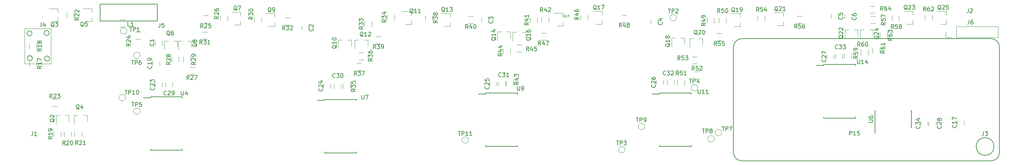
<source format=gto>
G04 #@! TF.FileFunction,Legend,Top*
%FSLAX46Y46*%
G04 Gerber Fmt 4.6, Leading zero omitted, Abs format (unit mm)*
G04 Created by KiCad (PCBNEW 4.0.7-e2-6376~58~ubuntu14.04.1) date Sun Mar  4 07:56:53 2018*
%MOMM*%
%LPD*%
G01*
G04 APERTURE LIST*
%ADD10C,0.100000*%
%ADD11C,0.150000*%
%ADD12C,0.120000*%
%ADD13C,0.125000*%
G04 APERTURE END LIST*
D10*
D11*
X265130176Y-88194000D02*
G75*
G03X265130176Y-88194000I-2184176J0D01*
G01*
X203446000Y-61694000D02*
G75*
G03X201446000Y-63694000I0J-2000000D01*
G01*
X201446000Y-89694000D02*
G75*
G03X203446000Y-91694000I2000000J0D01*
G01*
X266446000Y-63694000D02*
G75*
G03X264446000Y-61694000I-2000000J0D01*
G01*
X264346000Y-91694000D02*
G75*
G03X266446000Y-89794000I100000J2000000D01*
G01*
X266446000Y-89694000D02*
X266446000Y-63694000D01*
X201446000Y-89694000D02*
X201446000Y-63694000D01*
X264446000Y-61694000D02*
X203446000Y-61694000D01*
X264446000Y-91694000D02*
X203446000Y-91694000D01*
D12*
X237245000Y-61433000D02*
X237245000Y-60233000D01*
X239005000Y-60233000D02*
X239005000Y-61433000D01*
X55280000Y-60080000D02*
X56480000Y-60080000D01*
X56480000Y-61840000D02*
X55280000Y-61840000D01*
D11*
X236024500Y-83545500D02*
X236049500Y-83545500D01*
X236024500Y-79395500D02*
X236139500Y-79395500D01*
X244924500Y-79395500D02*
X244809500Y-79395500D01*
X244924500Y-83545500D02*
X244809500Y-83545500D01*
X236024500Y-83545500D02*
X236024500Y-79395500D01*
X244924500Y-83545500D02*
X244924500Y-79395500D01*
X236049500Y-83545500D02*
X236049500Y-84920500D01*
D12*
X235994500Y-55426500D02*
X234794500Y-55426500D01*
X234794500Y-53666500D02*
X235994500Y-53666500D01*
X248230500Y-57115000D02*
X248230500Y-55915000D01*
X249990500Y-55915000D02*
X249990500Y-57115000D01*
X237227000Y-64043000D02*
X237227000Y-65243000D01*
X235467000Y-65243000D02*
X235467000Y-64043000D01*
X232609500Y-65687500D02*
X232609500Y-64487500D01*
X234369500Y-64487500D02*
X234369500Y-65687500D01*
X230305500Y-65313000D02*
X230305500Y-66513000D01*
X228545500Y-66513000D02*
X228545500Y-65313000D01*
X240166000Y-57242000D02*
X240166000Y-56042000D01*
X241926000Y-56042000D02*
X241926000Y-57242000D01*
X234921500Y-56143000D02*
X236121500Y-56143000D01*
X236121500Y-57903000D02*
X234921500Y-57903000D01*
X217014500Y-56143000D02*
X218214500Y-56143000D01*
X218214500Y-57903000D02*
X217014500Y-57903000D01*
X197393000Y-60397500D02*
X198593000Y-60397500D01*
X198593000Y-62157500D02*
X197393000Y-62157500D01*
X207336500Y-57242000D02*
X207336500Y-56042000D01*
X209096500Y-56042000D02*
X209096500Y-57242000D01*
X191360500Y-66112500D02*
X192560500Y-66112500D01*
X192560500Y-67872500D02*
X191360500Y-67872500D01*
X193132000Y-71555500D02*
X191932000Y-71555500D01*
X191932000Y-69795500D02*
X193132000Y-69795500D01*
X189475000Y-71853500D02*
X189475000Y-73053500D01*
X187715000Y-73053500D02*
X187715000Y-71853500D01*
X197875000Y-57750000D02*
X197875000Y-56550000D01*
X199635000Y-56550000D02*
X199635000Y-57750000D01*
X196714000Y-56613500D02*
X196714000Y-57813500D01*
X194954000Y-57813500D02*
X194954000Y-56613500D01*
X174152000Y-55889000D02*
X175352000Y-55889000D01*
X175352000Y-57649000D02*
X174152000Y-57649000D01*
X154403500Y-60270500D02*
X155603500Y-60270500D01*
X155603500Y-62030500D02*
X154403500Y-62030500D01*
X164093000Y-57115000D02*
X164093000Y-55915000D01*
X165853000Y-55915000D02*
X165853000Y-57115000D01*
X148498000Y-63191500D02*
X149698000Y-63191500D01*
X149698000Y-64951500D02*
X148498000Y-64951500D01*
X145106500Y-65306500D02*
X145106500Y-64106500D01*
X146866500Y-64106500D02*
X146866500Y-65306500D01*
X147628500Y-72107500D02*
X147628500Y-73307500D01*
X145868500Y-73307500D02*
X145868500Y-72107500D01*
X154504500Y-57559500D02*
X154504500Y-56359500D01*
X156264500Y-56359500D02*
X156264500Y-57559500D01*
X153470500Y-56486500D02*
X153470500Y-57686500D01*
X151710500Y-57686500D02*
X151710500Y-56486500D01*
X136623500Y-56206500D02*
X137823500Y-56206500D01*
X137823500Y-57966500D02*
X136623500Y-57966500D01*
X114081000Y-61159500D02*
X115281000Y-61159500D01*
X115281000Y-62919500D02*
X114081000Y-62919500D01*
X126120000Y-57178500D02*
X126120000Y-55978500D01*
X127880000Y-55978500D02*
X127880000Y-57178500D01*
X109382000Y-67700000D02*
X110582000Y-67700000D01*
X110582000Y-69460000D02*
X109382000Y-69460000D01*
X111090000Y-66920000D02*
X109890000Y-66920000D01*
X109890000Y-65160000D02*
X111090000Y-65160000D01*
X107750500Y-72679000D02*
X107750500Y-73879000D01*
X105990500Y-73879000D02*
X105990500Y-72679000D01*
X116849000Y-57051500D02*
X116849000Y-55851500D01*
X118609000Y-55851500D02*
X118609000Y-57051500D01*
X113021000Y-57439000D02*
X113021000Y-58639000D01*
X111261000Y-58639000D02*
X111261000Y-57439000D01*
X91856000Y-56524000D02*
X93056000Y-56524000D01*
X93056000Y-58284000D02*
X91856000Y-58284000D01*
X71663000Y-60016500D02*
X72863000Y-60016500D01*
X72863000Y-61776500D02*
X71663000Y-61776500D01*
X84337000Y-57623000D02*
X84337000Y-56423000D01*
X86097000Y-56423000D02*
X86097000Y-57623000D01*
X68761500Y-66138500D02*
X68761500Y-67338500D01*
X67001500Y-67338500D02*
X67001500Y-66138500D01*
X64144000Y-67338500D02*
X64144000Y-66138500D01*
X65904000Y-66138500D02*
X65904000Y-67338500D01*
X68488000Y-68716000D02*
X69688000Y-68716000D01*
X69688000Y-70476000D02*
X68488000Y-70476000D01*
X76018500Y-57242000D02*
X76018500Y-56042000D01*
X77778500Y-56042000D02*
X77778500Y-57242000D01*
X71853500Y-56016000D02*
X73053500Y-56016000D01*
X73053500Y-57776000D02*
X71853500Y-57776000D01*
X36160000Y-78350000D02*
X34960000Y-78350000D01*
X34960000Y-76590000D02*
X36160000Y-76590000D01*
X38490000Y-56480000D02*
X38490000Y-55280000D01*
X40250000Y-55280000D02*
X40250000Y-56480000D01*
X42155000Y-84490000D02*
X42155000Y-85690000D01*
X40395000Y-85690000D02*
X40395000Y-84490000D01*
X37855000Y-85690000D02*
X37855000Y-84490000D01*
X39615000Y-84490000D02*
X39615000Y-85690000D01*
X37075000Y-84490000D02*
X37075000Y-85690000D01*
X35315000Y-85690000D02*
X35315000Y-84490000D01*
X29346000Y-64100000D02*
X29346000Y-62900000D01*
X31106000Y-62900000D02*
X31106000Y-64100000D01*
X29346000Y-68418000D02*
X29346000Y-67218000D01*
X31106000Y-67218000D02*
X31106000Y-68418000D01*
X253490000Y-58095000D02*
X253490000Y-57165000D01*
X253490000Y-54935000D02*
X253490000Y-55865000D01*
X253490000Y-54935000D02*
X251330000Y-54935000D01*
X253490000Y-58095000D02*
X252030000Y-58095000D01*
X235577500Y-59501500D02*
X234647500Y-59501500D01*
X232417500Y-59501500D02*
X233347500Y-59501500D01*
X232417500Y-59501500D02*
X232417500Y-61661500D01*
X235577500Y-59501500D02*
X235577500Y-60961500D01*
X245235000Y-58095000D02*
X245235000Y-57165000D01*
X245235000Y-54935000D02*
X245235000Y-55865000D01*
X245235000Y-54935000D02*
X243075000Y-54935000D01*
X245235000Y-58095000D02*
X243775000Y-58095000D01*
X231831000Y-59501500D02*
X230901000Y-59501500D01*
X228671000Y-59501500D02*
X229601000Y-59501500D01*
X228671000Y-59501500D02*
X228671000Y-61661500D01*
X231831000Y-59501500D02*
X231831000Y-60961500D01*
X213612000Y-58412500D02*
X213612000Y-57482500D01*
X213612000Y-55252500D02*
X213612000Y-56182500D01*
X213612000Y-55252500D02*
X211452000Y-55252500D01*
X213612000Y-58412500D02*
X212152000Y-58412500D01*
X193921500Y-61660500D02*
X192991500Y-61660500D01*
X190761500Y-61660500D02*
X191691500Y-61660500D01*
X190761500Y-61660500D02*
X190761500Y-63820500D01*
X193921500Y-61660500D02*
X193921500Y-63120500D01*
X203071000Y-58666500D02*
X203071000Y-57736500D01*
X203071000Y-55506500D02*
X203071000Y-56436500D01*
X203071000Y-55506500D02*
X200911000Y-55506500D01*
X203071000Y-58666500D02*
X201611000Y-58666500D01*
X189476500Y-61533500D02*
X188546500Y-61533500D01*
X186316500Y-61533500D02*
X187246500Y-61533500D01*
X186316500Y-61533500D02*
X186316500Y-63693500D01*
X189476500Y-61533500D02*
X189476500Y-62993500D01*
X169289000Y-58095000D02*
X169289000Y-57165000D01*
X169289000Y-54935000D02*
X169289000Y-55865000D01*
X169289000Y-54935000D02*
X167129000Y-54935000D01*
X169289000Y-58095000D02*
X167829000Y-58095000D01*
X150678000Y-60073000D02*
X149748000Y-60073000D01*
X147518000Y-60073000D02*
X148448000Y-60073000D01*
X147518000Y-60073000D02*
X147518000Y-62233000D01*
X150678000Y-60073000D02*
X150678000Y-61533000D01*
X159764000Y-58539500D02*
X159764000Y-57609500D01*
X159764000Y-55379500D02*
X159764000Y-56309500D01*
X159764000Y-55379500D02*
X157604000Y-55379500D01*
X159764000Y-58539500D02*
X158304000Y-58539500D01*
X146931500Y-60009500D02*
X146001500Y-60009500D01*
X143771500Y-60009500D02*
X144701500Y-60009500D01*
X143771500Y-60009500D02*
X143771500Y-62169500D01*
X146931500Y-60009500D02*
X146931500Y-61469500D01*
X132205000Y-58603000D02*
X132205000Y-57673000D01*
X132205000Y-55443000D02*
X132205000Y-56373000D01*
X132205000Y-55443000D02*
X130045000Y-55443000D01*
X132205000Y-58603000D02*
X130745000Y-58603000D01*
X112070000Y-61978000D02*
X111140000Y-61978000D01*
X108910000Y-61978000D02*
X109840000Y-61978000D01*
X108910000Y-61978000D02*
X108910000Y-64138000D01*
X112070000Y-61978000D02*
X112070000Y-63438000D01*
X122680000Y-58158500D02*
X122680000Y-57228500D01*
X122680000Y-54998500D02*
X122680000Y-55928500D01*
X122680000Y-54998500D02*
X120520000Y-54998500D01*
X122680000Y-58158500D02*
X121220000Y-58158500D01*
X108006000Y-61978000D02*
X107076000Y-61978000D01*
X104846000Y-61978000D02*
X105776000Y-61978000D01*
X104846000Y-61978000D02*
X104846000Y-64138000D01*
X108006000Y-61978000D02*
X108006000Y-63438000D01*
X89279000Y-58666500D02*
X89279000Y-57736500D01*
X89279000Y-55506500D02*
X89279000Y-56436500D01*
X89279000Y-55506500D02*
X87119000Y-55506500D01*
X89279000Y-58666500D02*
X87819000Y-58666500D01*
X68953500Y-62232000D02*
X68023500Y-62232000D01*
X65793500Y-62232000D02*
X66723500Y-62232000D01*
X65793500Y-62232000D02*
X65793500Y-64392000D01*
X68953500Y-62232000D02*
X68953500Y-63692000D01*
X80960500Y-58285500D02*
X80960500Y-57355500D01*
X80960500Y-55125500D02*
X80960500Y-56055500D01*
X80960500Y-55125500D02*
X78800500Y-55125500D01*
X80960500Y-58285500D02*
X79500500Y-58285500D01*
X65524500Y-62232000D02*
X64594500Y-62232000D01*
X62364500Y-62232000D02*
X63294500Y-62232000D01*
X62364500Y-62232000D02*
X62364500Y-64392000D01*
X65524500Y-62232000D02*
X65524500Y-63692000D01*
X44575000Y-57460000D02*
X44575000Y-56530000D01*
X44575000Y-54300000D02*
X44575000Y-55230000D01*
X44575000Y-54300000D02*
X42415000Y-54300000D01*
X44575000Y-57460000D02*
X43115000Y-57460000D01*
X43490000Y-80520000D02*
X42560000Y-80520000D01*
X40330000Y-80520000D02*
X41260000Y-80520000D01*
X40330000Y-80520000D02*
X40330000Y-82680000D01*
X43490000Y-80520000D02*
X43490000Y-81980000D01*
X36320000Y-57460000D02*
X36320000Y-56530000D01*
X36320000Y-54300000D02*
X36320000Y-55230000D01*
X36320000Y-54300000D02*
X34160000Y-54300000D01*
X36320000Y-57460000D02*
X34860000Y-57460000D01*
X39045000Y-80520000D02*
X38115000Y-80520000D01*
X35885000Y-80520000D02*
X36815000Y-80520000D01*
X35885000Y-80520000D02*
X35885000Y-82680000D01*
X39045000Y-80520000D02*
X39045000Y-81980000D01*
X60110000Y-72525000D02*
X60110000Y-73525000D01*
X61810000Y-73525000D02*
X61810000Y-72525000D01*
X101258000Y-72779000D02*
X101258000Y-73779000D01*
X102958000Y-73779000D02*
X102958000Y-72779000D01*
X141898000Y-72271000D02*
X141898000Y-73271000D01*
X143598000Y-73271000D02*
X143598000Y-72271000D01*
X182601500Y-71890000D02*
X182601500Y-72890000D01*
X184301500Y-72890000D02*
X184301500Y-71890000D01*
X224257500Y-65603500D02*
X224257500Y-66603500D01*
X225957500Y-66603500D02*
X225957500Y-65603500D01*
X249213000Y-82113500D02*
X249213000Y-83113500D01*
X250913000Y-83113500D02*
X250913000Y-82113500D01*
X62650000Y-72525000D02*
X62650000Y-73525000D01*
X64350000Y-73525000D02*
X64350000Y-72525000D01*
X103798000Y-72906000D02*
X103798000Y-73906000D01*
X105498000Y-73906000D02*
X105498000Y-72906000D01*
X143993500Y-72207500D02*
X143993500Y-73207500D01*
X145693500Y-73207500D02*
X145693500Y-72207500D01*
X185268500Y-71890000D02*
X185268500Y-72890000D01*
X186968500Y-72890000D02*
X186968500Y-71890000D01*
X226416500Y-65476500D02*
X226416500Y-66476500D01*
X228116500Y-66476500D02*
X228116500Y-65476500D01*
X247244500Y-81986500D02*
X247244500Y-82986500D01*
X248944500Y-82986500D02*
X248944500Y-81986500D01*
D11*
X58990000Y-75975000D02*
X58990000Y-76225000D01*
X66740000Y-75975000D02*
X66740000Y-76310000D01*
X66740000Y-89125000D02*
X66740000Y-88790000D01*
X58990000Y-89125000D02*
X58990000Y-88790000D01*
X58990000Y-75975000D02*
X66740000Y-75975000D01*
X58990000Y-89125000D02*
X66740000Y-89125000D01*
X58990000Y-76225000D02*
X57190000Y-76225000D01*
X140905000Y-75009800D02*
X140905000Y-75259800D01*
X148655000Y-75009800D02*
X148655000Y-75344800D01*
X148655000Y-88159800D02*
X148655000Y-87824800D01*
X140905000Y-88159800D02*
X140905000Y-87824800D01*
X140905000Y-75009800D02*
X148655000Y-75009800D01*
X140905000Y-88159800D02*
X148655000Y-88159800D01*
X140905000Y-75259800D02*
X139105000Y-75259800D01*
X101535000Y-76610000D02*
X101535000Y-76860000D01*
X109285000Y-76610000D02*
X109285000Y-76945000D01*
X109285000Y-89760000D02*
X109285000Y-89425000D01*
X101535000Y-89760000D02*
X101535000Y-89425000D01*
X101535000Y-76610000D02*
X109285000Y-76610000D01*
X101535000Y-89760000D02*
X109285000Y-89760000D01*
X101535000Y-76860000D02*
X99735000Y-76860000D01*
X223518500Y-68037500D02*
X223518500Y-68287500D01*
X231268500Y-68037500D02*
X231268500Y-68372500D01*
X231268500Y-81187500D02*
X231268500Y-80852500D01*
X223518500Y-81187500D02*
X223518500Y-80852500D01*
X223518500Y-68037500D02*
X231268500Y-68037500D01*
X223518500Y-81187500D02*
X231268500Y-81187500D01*
X223518500Y-68287500D02*
X221718500Y-68287500D01*
X183348400Y-75035200D02*
X183348400Y-75285200D01*
X191098400Y-75035200D02*
X191098400Y-75370200D01*
X191098400Y-88185200D02*
X191098400Y-87850200D01*
X183348400Y-88185200D02*
X183348400Y-87850200D01*
X183348400Y-75035200D02*
X191098400Y-75035200D01*
X183348400Y-88185200D02*
X191098400Y-88185200D01*
X183348400Y-75285200D02*
X181548400Y-75285200D01*
D12*
X256134500Y-81796000D02*
X256134500Y-82796000D01*
X257834500Y-82796000D02*
X257834500Y-81796000D01*
X59475000Y-67254500D02*
X59475000Y-68254500D01*
X61175000Y-68254500D02*
X61175000Y-67254500D01*
X51470000Y-57032000D02*
X52670000Y-57032000D01*
X52670000Y-58792000D02*
X51470000Y-58792000D01*
X53190719Y-59753500D02*
G75*
G03X53190719Y-59753500I-803219J0D01*
G01*
X56429219Y-79502000D02*
G75*
G03X56429219Y-79502000I-803219J0D01*
G01*
X56429219Y-65786000D02*
G75*
G03X56429219Y-65786000I-803219J0D01*
G01*
X198542219Y-84772500D02*
G75*
G03X198542219Y-84772500I-803219J0D01*
G01*
X196764219Y-86296500D02*
G75*
G03X196764219Y-86296500I-803219J0D01*
G01*
X179746219Y-83248500D02*
G75*
G03X179746219Y-83248500I-803219J0D01*
G01*
X52873219Y-76200000D02*
G75*
G03X52873219Y-76200000I-803219J0D01*
G01*
X61810000Y-63365000D02*
X61810000Y-62365000D01*
X60110000Y-62365000D02*
X60110000Y-63365000D01*
X97624000Y-59491500D02*
X97624000Y-58491500D01*
X95924000Y-58491500D02*
X95924000Y-59491500D01*
X141566000Y-57586500D02*
X141566000Y-56586500D01*
X139866000Y-56586500D02*
X139866000Y-57586500D01*
X182968000Y-57967500D02*
X182968000Y-56967500D01*
X181268000Y-56967500D02*
X181268000Y-57967500D01*
X227037000Y-56634000D02*
X227037000Y-55634000D01*
X225337000Y-55634000D02*
X225337000Y-56634000D01*
X230339000Y-56761000D02*
X230339000Y-55761000D01*
X228639000Y-55761000D02*
X228639000Y-56761000D01*
X136693219Y-86614000D02*
G75*
G03X136693219Y-86614000I-803219J0D01*
G01*
X187556719Y-56515000D02*
G75*
G03X187556719Y-56515000I-803219J0D01*
G01*
X174920219Y-88963500D02*
G75*
G03X174920219Y-88963500I-803219J0D01*
G01*
X192700219Y-73723500D02*
G75*
G03X192700219Y-73723500I-803219J0D01*
G01*
D11*
X46680000Y-53380000D02*
X46680000Y-57380000D01*
X46680000Y-57380000D02*
X60580000Y-57380000D01*
X60580000Y-57380000D02*
X60580000Y-53180000D01*
X60580000Y-53180000D02*
X46680000Y-53180000D01*
X46680000Y-53180000D02*
X46680000Y-53480000D01*
X34220312Y-60280000D02*
G75*
G03X34220312Y-60280000I-640312J0D01*
G01*
X34320312Y-66580000D02*
G75*
G03X34320312Y-66580000I-640312J0D01*
G01*
X30120312Y-66480000D02*
G75*
G03X30120312Y-66480000I-640312J0D01*
G01*
X30020312Y-60380000D02*
G75*
G03X30020312Y-60380000I-640312J0D01*
G01*
D12*
X28200000Y-59180000D02*
X28200000Y-67880000D01*
X34610000Y-59180000D02*
X34610000Y-67880000D01*
X34610000Y-67880000D02*
X28200000Y-67880000D01*
X28200000Y-59180000D02*
X34610000Y-59180000D01*
X266125000Y-61401000D02*
X266125000Y-58741000D01*
X255905000Y-61401000D02*
X266125000Y-61401000D01*
X255905000Y-58741000D02*
X266125000Y-58741000D01*
X255905000Y-61401000D02*
X255905000Y-58741000D01*
X254635000Y-61401000D02*
X253305000Y-61401000D01*
X253305000Y-61401000D02*
X253305000Y-60071000D01*
D11*
X229785714Y-85402381D02*
X229785714Y-84402381D01*
X230166667Y-84402381D01*
X230261905Y-84450000D01*
X230309524Y-84497619D01*
X230357143Y-84592857D01*
X230357143Y-84735714D01*
X230309524Y-84830952D01*
X230261905Y-84878571D01*
X230166667Y-84926190D01*
X229785714Y-84926190D01*
X231309524Y-85402381D02*
X230738095Y-85402381D01*
X231023809Y-85402381D02*
X231023809Y-84402381D01*
X230928571Y-84545238D01*
X230833333Y-84640476D01*
X230738095Y-84688095D01*
X232214286Y-84402381D02*
X231738095Y-84402381D01*
X231690476Y-84878571D01*
X231738095Y-84830952D01*
X231833333Y-84783333D01*
X232071429Y-84783333D01*
X232166667Y-84830952D01*
X232214286Y-84878571D01*
X232261905Y-84973810D01*
X232261905Y-85211905D01*
X232214286Y-85307143D01*
X232166667Y-85354762D01*
X232071429Y-85402381D01*
X231833333Y-85402381D01*
X231738095Y-85354762D01*
X231690476Y-85307143D01*
X240227381Y-61475857D02*
X239751190Y-61809191D01*
X240227381Y-62047286D02*
X239227381Y-62047286D01*
X239227381Y-61666333D01*
X239275000Y-61571095D01*
X239322619Y-61523476D01*
X239417857Y-61475857D01*
X239560714Y-61475857D01*
X239655952Y-61523476D01*
X239703571Y-61571095D01*
X239751190Y-61666333D01*
X239751190Y-62047286D01*
X239227381Y-60618714D02*
X239227381Y-60809191D01*
X239275000Y-60904429D01*
X239322619Y-60952048D01*
X239465476Y-61047286D01*
X239655952Y-61094905D01*
X240036905Y-61094905D01*
X240132143Y-61047286D01*
X240179762Y-60999667D01*
X240227381Y-60904429D01*
X240227381Y-60713952D01*
X240179762Y-60618714D01*
X240132143Y-60571095D01*
X240036905Y-60523476D01*
X239798810Y-60523476D01*
X239703571Y-60571095D01*
X239655952Y-60618714D01*
X239608333Y-60713952D01*
X239608333Y-60904429D01*
X239655952Y-60999667D01*
X239703571Y-61047286D01*
X239798810Y-61094905D01*
X239227381Y-60190143D02*
X239227381Y-59571095D01*
X239608333Y-59904429D01*
X239608333Y-59761571D01*
X239655952Y-59666333D01*
X239703571Y-59618714D01*
X239798810Y-59571095D01*
X240036905Y-59571095D01*
X240132143Y-59618714D01*
X240179762Y-59666333D01*
X240227381Y-59761571D01*
X240227381Y-60047286D01*
X240179762Y-60142524D01*
X240132143Y-60190143D01*
X54102381Y-62892857D02*
X53626190Y-63226191D01*
X54102381Y-63464286D02*
X53102381Y-63464286D01*
X53102381Y-63083333D01*
X53150000Y-62988095D01*
X53197619Y-62940476D01*
X53292857Y-62892857D01*
X53435714Y-62892857D01*
X53530952Y-62940476D01*
X53578571Y-62988095D01*
X53626190Y-63083333D01*
X53626190Y-63464286D01*
X53197619Y-62511905D02*
X53150000Y-62464286D01*
X53102381Y-62369048D01*
X53102381Y-62130952D01*
X53150000Y-62035714D01*
X53197619Y-61988095D01*
X53292857Y-61940476D01*
X53388095Y-61940476D01*
X53530952Y-61988095D01*
X54102381Y-62559524D01*
X54102381Y-61940476D01*
X53435714Y-61083333D02*
X54102381Y-61083333D01*
X53054762Y-61321429D02*
X53769048Y-61559524D01*
X53769048Y-60940476D01*
X234551881Y-82232405D02*
X235361405Y-82232405D01*
X235456643Y-82184786D01*
X235504262Y-82137167D01*
X235551881Y-82041929D01*
X235551881Y-81851452D01*
X235504262Y-81756214D01*
X235456643Y-81708595D01*
X235361405Y-81660976D01*
X234551881Y-81660976D01*
X234551881Y-80756214D02*
X234551881Y-80946691D01*
X234599500Y-81041929D01*
X234647119Y-81089548D01*
X234789976Y-81184786D01*
X234980452Y-81232405D01*
X235361405Y-81232405D01*
X235456643Y-81184786D01*
X235504262Y-81137167D01*
X235551881Y-81041929D01*
X235551881Y-80851452D01*
X235504262Y-80756214D01*
X235456643Y-80708595D01*
X235361405Y-80660976D01*
X235123310Y-80660976D01*
X235028071Y-80708595D01*
X234980452Y-80756214D01*
X234932833Y-80851452D01*
X234932833Y-81041929D01*
X234980452Y-81137167D01*
X235028071Y-81184786D01*
X235123310Y-81232405D01*
X238007143Y-54752381D02*
X237673809Y-54276190D01*
X237435714Y-54752381D02*
X237435714Y-53752381D01*
X237816667Y-53752381D01*
X237911905Y-53800000D01*
X237959524Y-53847619D01*
X238007143Y-53942857D01*
X238007143Y-54085714D01*
X237959524Y-54180952D01*
X237911905Y-54228571D01*
X237816667Y-54276190D01*
X237435714Y-54276190D01*
X238864286Y-53752381D02*
X238673809Y-53752381D01*
X238578571Y-53800000D01*
X238530952Y-53847619D01*
X238435714Y-53990476D01*
X238388095Y-54180952D01*
X238388095Y-54561905D01*
X238435714Y-54657143D01*
X238483333Y-54704762D01*
X238578571Y-54752381D01*
X238769048Y-54752381D01*
X238864286Y-54704762D01*
X238911905Y-54657143D01*
X238959524Y-54561905D01*
X238959524Y-54323810D01*
X238911905Y-54228571D01*
X238864286Y-54180952D01*
X238769048Y-54133333D01*
X238578571Y-54133333D01*
X238483333Y-54180952D01*
X238435714Y-54228571D01*
X238388095Y-54323810D01*
X239816667Y-54085714D02*
X239816667Y-54752381D01*
X239578571Y-53704762D02*
X239340476Y-54419048D01*
X239959524Y-54419048D01*
X248482143Y-54877381D02*
X248148809Y-54401190D01*
X247910714Y-54877381D02*
X247910714Y-53877381D01*
X248291667Y-53877381D01*
X248386905Y-53925000D01*
X248434524Y-53972619D01*
X248482143Y-54067857D01*
X248482143Y-54210714D01*
X248434524Y-54305952D01*
X248386905Y-54353571D01*
X248291667Y-54401190D01*
X247910714Y-54401190D01*
X249339286Y-53877381D02*
X249148809Y-53877381D01*
X249053571Y-53925000D01*
X249005952Y-53972619D01*
X248910714Y-54115476D01*
X248863095Y-54305952D01*
X248863095Y-54686905D01*
X248910714Y-54782143D01*
X248958333Y-54829762D01*
X249053571Y-54877381D01*
X249244048Y-54877381D01*
X249339286Y-54829762D01*
X249386905Y-54782143D01*
X249434524Y-54686905D01*
X249434524Y-54448810D01*
X249386905Y-54353571D01*
X249339286Y-54305952D01*
X249244048Y-54258333D01*
X249053571Y-54258333D01*
X248958333Y-54305952D01*
X248910714Y-54353571D01*
X248863095Y-54448810D01*
X249815476Y-53972619D02*
X249863095Y-53925000D01*
X249958333Y-53877381D01*
X250196429Y-53877381D01*
X250291667Y-53925000D01*
X250339286Y-53972619D01*
X250386905Y-54067857D01*
X250386905Y-54163095D01*
X250339286Y-54305952D01*
X249767857Y-54877381D01*
X250386905Y-54877381D01*
X238452381Y-64617857D02*
X237976190Y-64951191D01*
X238452381Y-65189286D02*
X237452381Y-65189286D01*
X237452381Y-64808333D01*
X237500000Y-64713095D01*
X237547619Y-64665476D01*
X237642857Y-64617857D01*
X237785714Y-64617857D01*
X237880952Y-64665476D01*
X237928571Y-64713095D01*
X237976190Y-64808333D01*
X237976190Y-65189286D01*
X237452381Y-63760714D02*
X237452381Y-63951191D01*
X237500000Y-64046429D01*
X237547619Y-64094048D01*
X237690476Y-64189286D01*
X237880952Y-64236905D01*
X238261905Y-64236905D01*
X238357143Y-64189286D01*
X238404762Y-64141667D01*
X238452381Y-64046429D01*
X238452381Y-63855952D01*
X238404762Y-63760714D01*
X238357143Y-63713095D01*
X238261905Y-63665476D01*
X238023810Y-63665476D01*
X237928571Y-63713095D01*
X237880952Y-63760714D01*
X237833333Y-63855952D01*
X237833333Y-64046429D01*
X237880952Y-64141667D01*
X237928571Y-64189286D01*
X238023810Y-64236905D01*
X238452381Y-62713095D02*
X238452381Y-63284524D01*
X238452381Y-62998810D02*
X237452381Y-62998810D01*
X237595238Y-63094048D01*
X237690476Y-63189286D01*
X237738095Y-63284524D01*
X232382143Y-63552381D02*
X232048809Y-63076190D01*
X231810714Y-63552381D02*
X231810714Y-62552381D01*
X232191667Y-62552381D01*
X232286905Y-62600000D01*
X232334524Y-62647619D01*
X232382143Y-62742857D01*
X232382143Y-62885714D01*
X232334524Y-62980952D01*
X232286905Y-63028571D01*
X232191667Y-63076190D01*
X231810714Y-63076190D01*
X233239286Y-62552381D02*
X233048809Y-62552381D01*
X232953571Y-62600000D01*
X232905952Y-62647619D01*
X232810714Y-62790476D01*
X232763095Y-62980952D01*
X232763095Y-63361905D01*
X232810714Y-63457143D01*
X232858333Y-63504762D01*
X232953571Y-63552381D01*
X233144048Y-63552381D01*
X233239286Y-63504762D01*
X233286905Y-63457143D01*
X233334524Y-63361905D01*
X233334524Y-63123810D01*
X233286905Y-63028571D01*
X233239286Y-62980952D01*
X233144048Y-62933333D01*
X232953571Y-62933333D01*
X232858333Y-62980952D01*
X232810714Y-63028571D01*
X232763095Y-63123810D01*
X233953571Y-62552381D02*
X234048810Y-62552381D01*
X234144048Y-62600000D01*
X234191667Y-62647619D01*
X234239286Y-62742857D01*
X234286905Y-62933333D01*
X234286905Y-63171429D01*
X234239286Y-63361905D01*
X234191667Y-63457143D01*
X234144048Y-63504762D01*
X234048810Y-63552381D01*
X233953571Y-63552381D01*
X233858333Y-63504762D01*
X233810714Y-63457143D01*
X233763095Y-63361905D01*
X233715476Y-63171429D01*
X233715476Y-62933333D01*
X233763095Y-62742857D01*
X233810714Y-62647619D01*
X233858333Y-62600000D01*
X233953571Y-62552381D01*
X231802381Y-65917857D02*
X231326190Y-66251191D01*
X231802381Y-66489286D02*
X230802381Y-66489286D01*
X230802381Y-66108333D01*
X230850000Y-66013095D01*
X230897619Y-65965476D01*
X230992857Y-65917857D01*
X231135714Y-65917857D01*
X231230952Y-65965476D01*
X231278571Y-66013095D01*
X231326190Y-66108333D01*
X231326190Y-66489286D01*
X230802381Y-65013095D02*
X230802381Y-65489286D01*
X231278571Y-65536905D01*
X231230952Y-65489286D01*
X231183333Y-65394048D01*
X231183333Y-65155952D01*
X231230952Y-65060714D01*
X231278571Y-65013095D01*
X231373810Y-64965476D01*
X231611905Y-64965476D01*
X231707143Y-65013095D01*
X231754762Y-65060714D01*
X231802381Y-65155952D01*
X231802381Y-65394048D01*
X231754762Y-65489286D01*
X231707143Y-65536905D01*
X231802381Y-64489286D02*
X231802381Y-64298810D01*
X231754762Y-64203571D01*
X231707143Y-64155952D01*
X231564286Y-64060714D01*
X231373810Y-64013095D01*
X230992857Y-64013095D01*
X230897619Y-64060714D01*
X230850000Y-64108333D01*
X230802381Y-64203571D01*
X230802381Y-64394048D01*
X230850000Y-64489286D01*
X230897619Y-64536905D01*
X230992857Y-64584524D01*
X231230952Y-64584524D01*
X231326190Y-64536905D01*
X231373810Y-64489286D01*
X231421429Y-64394048D01*
X231421429Y-64203571D01*
X231373810Y-64108333D01*
X231326190Y-64060714D01*
X231230952Y-64013095D01*
X240607143Y-59227381D02*
X240273809Y-58751190D01*
X240035714Y-59227381D02*
X240035714Y-58227381D01*
X240416667Y-58227381D01*
X240511905Y-58275000D01*
X240559524Y-58322619D01*
X240607143Y-58417857D01*
X240607143Y-58560714D01*
X240559524Y-58655952D01*
X240511905Y-58703571D01*
X240416667Y-58751190D01*
X240035714Y-58751190D01*
X241511905Y-58227381D02*
X241035714Y-58227381D01*
X240988095Y-58703571D01*
X241035714Y-58655952D01*
X241130952Y-58608333D01*
X241369048Y-58608333D01*
X241464286Y-58655952D01*
X241511905Y-58703571D01*
X241559524Y-58798810D01*
X241559524Y-59036905D01*
X241511905Y-59132143D01*
X241464286Y-59179762D01*
X241369048Y-59227381D01*
X241130952Y-59227381D01*
X241035714Y-59179762D01*
X240988095Y-59132143D01*
X242130952Y-58655952D02*
X242035714Y-58608333D01*
X241988095Y-58560714D01*
X241940476Y-58465476D01*
X241940476Y-58417857D01*
X241988095Y-58322619D01*
X242035714Y-58275000D01*
X242130952Y-58227381D01*
X242321429Y-58227381D01*
X242416667Y-58275000D01*
X242464286Y-58322619D01*
X242511905Y-58417857D01*
X242511905Y-58465476D01*
X242464286Y-58560714D01*
X242416667Y-58608333D01*
X242321429Y-58655952D01*
X242130952Y-58655952D01*
X242035714Y-58703571D01*
X241988095Y-58751190D01*
X241940476Y-58846429D01*
X241940476Y-59036905D01*
X241988095Y-59132143D01*
X242035714Y-59179762D01*
X242130952Y-59227381D01*
X242321429Y-59227381D01*
X242416667Y-59179762D01*
X242464286Y-59132143D01*
X242511905Y-59036905D01*
X242511905Y-58846429D01*
X242464286Y-58751190D01*
X242416667Y-58703571D01*
X242321429Y-58655952D01*
X238552381Y-57692857D02*
X238076190Y-58026191D01*
X238552381Y-58264286D02*
X237552381Y-58264286D01*
X237552381Y-57883333D01*
X237600000Y-57788095D01*
X237647619Y-57740476D01*
X237742857Y-57692857D01*
X237885714Y-57692857D01*
X237980952Y-57740476D01*
X238028571Y-57788095D01*
X238076190Y-57883333D01*
X238076190Y-58264286D01*
X237552381Y-56788095D02*
X237552381Y-57264286D01*
X238028571Y-57311905D01*
X237980952Y-57264286D01*
X237933333Y-57169048D01*
X237933333Y-56930952D01*
X237980952Y-56835714D01*
X238028571Y-56788095D01*
X238123810Y-56740476D01*
X238361905Y-56740476D01*
X238457143Y-56788095D01*
X238504762Y-56835714D01*
X238552381Y-56930952D01*
X238552381Y-57169048D01*
X238504762Y-57264286D01*
X238457143Y-57311905D01*
X237552381Y-56407143D02*
X237552381Y-55740476D01*
X238552381Y-56169048D01*
X216971643Y-59125381D02*
X216638309Y-58649190D01*
X216400214Y-59125381D02*
X216400214Y-58125381D01*
X216781167Y-58125381D01*
X216876405Y-58173000D01*
X216924024Y-58220619D01*
X216971643Y-58315857D01*
X216971643Y-58458714D01*
X216924024Y-58553952D01*
X216876405Y-58601571D01*
X216781167Y-58649190D01*
X216400214Y-58649190D01*
X217876405Y-58125381D02*
X217400214Y-58125381D01*
X217352595Y-58601571D01*
X217400214Y-58553952D01*
X217495452Y-58506333D01*
X217733548Y-58506333D01*
X217828786Y-58553952D01*
X217876405Y-58601571D01*
X217924024Y-58696810D01*
X217924024Y-58934905D01*
X217876405Y-59030143D01*
X217828786Y-59077762D01*
X217733548Y-59125381D01*
X217495452Y-59125381D01*
X217400214Y-59077762D01*
X217352595Y-59030143D01*
X218781167Y-58125381D02*
X218590690Y-58125381D01*
X218495452Y-58173000D01*
X218447833Y-58220619D01*
X218352595Y-58363476D01*
X218304976Y-58553952D01*
X218304976Y-58934905D01*
X218352595Y-59030143D01*
X218400214Y-59077762D01*
X218495452Y-59125381D01*
X218685929Y-59125381D01*
X218781167Y-59077762D01*
X218828786Y-59030143D01*
X218876405Y-58934905D01*
X218876405Y-58696810D01*
X218828786Y-58601571D01*
X218781167Y-58553952D01*
X218685929Y-58506333D01*
X218495452Y-58506333D01*
X218400214Y-58553952D01*
X218352595Y-58601571D01*
X218304976Y-58696810D01*
X197350143Y-63379881D02*
X197016809Y-62903690D01*
X196778714Y-63379881D02*
X196778714Y-62379881D01*
X197159667Y-62379881D01*
X197254905Y-62427500D01*
X197302524Y-62475119D01*
X197350143Y-62570357D01*
X197350143Y-62713214D01*
X197302524Y-62808452D01*
X197254905Y-62856071D01*
X197159667Y-62903690D01*
X196778714Y-62903690D01*
X198254905Y-62379881D02*
X197778714Y-62379881D01*
X197731095Y-62856071D01*
X197778714Y-62808452D01*
X197873952Y-62760833D01*
X198112048Y-62760833D01*
X198207286Y-62808452D01*
X198254905Y-62856071D01*
X198302524Y-62951310D01*
X198302524Y-63189405D01*
X198254905Y-63284643D01*
X198207286Y-63332262D01*
X198112048Y-63379881D01*
X197873952Y-63379881D01*
X197778714Y-63332262D01*
X197731095Y-63284643D01*
X199207286Y-62379881D02*
X198731095Y-62379881D01*
X198683476Y-62856071D01*
X198731095Y-62808452D01*
X198826333Y-62760833D01*
X199064429Y-62760833D01*
X199159667Y-62808452D01*
X199207286Y-62856071D01*
X199254905Y-62951310D01*
X199254905Y-63189405D01*
X199207286Y-63284643D01*
X199159667Y-63332262D01*
X199064429Y-63379881D01*
X198826333Y-63379881D01*
X198731095Y-63332262D01*
X198683476Y-63284643D01*
X207657143Y-54977381D02*
X207323809Y-54501190D01*
X207085714Y-54977381D02*
X207085714Y-53977381D01*
X207466667Y-53977381D01*
X207561905Y-54025000D01*
X207609524Y-54072619D01*
X207657143Y-54167857D01*
X207657143Y-54310714D01*
X207609524Y-54405952D01*
X207561905Y-54453571D01*
X207466667Y-54501190D01*
X207085714Y-54501190D01*
X208561905Y-53977381D02*
X208085714Y-53977381D01*
X208038095Y-54453571D01*
X208085714Y-54405952D01*
X208180952Y-54358333D01*
X208419048Y-54358333D01*
X208514286Y-54405952D01*
X208561905Y-54453571D01*
X208609524Y-54548810D01*
X208609524Y-54786905D01*
X208561905Y-54882143D01*
X208514286Y-54929762D01*
X208419048Y-54977381D01*
X208180952Y-54977381D01*
X208085714Y-54929762D01*
X208038095Y-54882143D01*
X209466667Y-54310714D02*
X209466667Y-54977381D01*
X209228571Y-53929762D02*
X208990476Y-54644048D01*
X209609524Y-54644048D01*
X188407143Y-66902381D02*
X188073809Y-66426190D01*
X187835714Y-66902381D02*
X187835714Y-65902381D01*
X188216667Y-65902381D01*
X188311905Y-65950000D01*
X188359524Y-65997619D01*
X188407143Y-66092857D01*
X188407143Y-66235714D01*
X188359524Y-66330952D01*
X188311905Y-66378571D01*
X188216667Y-66426190D01*
X187835714Y-66426190D01*
X189311905Y-65902381D02*
X188835714Y-65902381D01*
X188788095Y-66378571D01*
X188835714Y-66330952D01*
X188930952Y-66283333D01*
X189169048Y-66283333D01*
X189264286Y-66330952D01*
X189311905Y-66378571D01*
X189359524Y-66473810D01*
X189359524Y-66711905D01*
X189311905Y-66807143D01*
X189264286Y-66854762D01*
X189169048Y-66902381D01*
X188930952Y-66902381D01*
X188835714Y-66854762D01*
X188788095Y-66807143D01*
X189692857Y-65902381D02*
X190311905Y-65902381D01*
X189978571Y-66283333D01*
X190121429Y-66283333D01*
X190216667Y-66330952D01*
X190264286Y-66378571D01*
X190311905Y-66473810D01*
X190311905Y-66711905D01*
X190264286Y-66807143D01*
X190216667Y-66854762D01*
X190121429Y-66902381D01*
X189835714Y-66902381D01*
X189740476Y-66854762D01*
X189692857Y-66807143D01*
X191889143Y-69477881D02*
X191555809Y-69001690D01*
X191317714Y-69477881D02*
X191317714Y-68477881D01*
X191698667Y-68477881D01*
X191793905Y-68525500D01*
X191841524Y-68573119D01*
X191889143Y-68668357D01*
X191889143Y-68811214D01*
X191841524Y-68906452D01*
X191793905Y-68954071D01*
X191698667Y-69001690D01*
X191317714Y-69001690D01*
X192793905Y-68477881D02*
X192317714Y-68477881D01*
X192270095Y-68954071D01*
X192317714Y-68906452D01*
X192412952Y-68858833D01*
X192651048Y-68858833D01*
X192746286Y-68906452D01*
X192793905Y-68954071D01*
X192841524Y-69049310D01*
X192841524Y-69287405D01*
X192793905Y-69382643D01*
X192746286Y-69430262D01*
X192651048Y-69477881D01*
X192412952Y-69477881D01*
X192317714Y-69430262D01*
X192270095Y-69382643D01*
X193222476Y-68573119D02*
X193270095Y-68525500D01*
X193365333Y-68477881D01*
X193603429Y-68477881D01*
X193698667Y-68525500D01*
X193746286Y-68573119D01*
X193793905Y-68668357D01*
X193793905Y-68763595D01*
X193746286Y-68906452D01*
X193174857Y-69477881D01*
X193793905Y-69477881D01*
X188032143Y-70627381D02*
X187698809Y-70151190D01*
X187460714Y-70627381D02*
X187460714Y-69627381D01*
X187841667Y-69627381D01*
X187936905Y-69675000D01*
X187984524Y-69722619D01*
X188032143Y-69817857D01*
X188032143Y-69960714D01*
X187984524Y-70055952D01*
X187936905Y-70103571D01*
X187841667Y-70151190D01*
X187460714Y-70151190D01*
X188936905Y-69627381D02*
X188460714Y-69627381D01*
X188413095Y-70103571D01*
X188460714Y-70055952D01*
X188555952Y-70008333D01*
X188794048Y-70008333D01*
X188889286Y-70055952D01*
X188936905Y-70103571D01*
X188984524Y-70198810D01*
X188984524Y-70436905D01*
X188936905Y-70532143D01*
X188889286Y-70579762D01*
X188794048Y-70627381D01*
X188555952Y-70627381D01*
X188460714Y-70579762D01*
X188413095Y-70532143D01*
X189936905Y-70627381D02*
X189365476Y-70627381D01*
X189651190Y-70627381D02*
X189651190Y-69627381D01*
X189555952Y-69770238D01*
X189460714Y-69865476D01*
X189365476Y-69913095D01*
X198157143Y-55277381D02*
X197823809Y-54801190D01*
X197585714Y-55277381D02*
X197585714Y-54277381D01*
X197966667Y-54277381D01*
X198061905Y-54325000D01*
X198109524Y-54372619D01*
X198157143Y-54467857D01*
X198157143Y-54610714D01*
X198109524Y-54705952D01*
X198061905Y-54753571D01*
X197966667Y-54801190D01*
X197585714Y-54801190D01*
X199061905Y-54277381D02*
X198585714Y-54277381D01*
X198538095Y-54753571D01*
X198585714Y-54705952D01*
X198680952Y-54658333D01*
X198919048Y-54658333D01*
X199014286Y-54705952D01*
X199061905Y-54753571D01*
X199109524Y-54848810D01*
X199109524Y-55086905D01*
X199061905Y-55182143D01*
X199014286Y-55229762D01*
X198919048Y-55277381D01*
X198680952Y-55277381D01*
X198585714Y-55229762D01*
X198538095Y-55182143D01*
X199728571Y-54277381D02*
X199823810Y-54277381D01*
X199919048Y-54325000D01*
X199966667Y-54372619D01*
X200014286Y-54467857D01*
X200061905Y-54658333D01*
X200061905Y-54896429D01*
X200014286Y-55086905D01*
X199966667Y-55182143D01*
X199919048Y-55229762D01*
X199823810Y-55277381D01*
X199728571Y-55277381D01*
X199633333Y-55229762D01*
X199585714Y-55182143D01*
X199538095Y-55086905D01*
X199490476Y-54896429D01*
X199490476Y-54658333D01*
X199538095Y-54467857D01*
X199585714Y-54372619D01*
X199633333Y-54325000D01*
X199728571Y-54277381D01*
X194636381Y-57856357D02*
X194160190Y-58189691D01*
X194636381Y-58427786D02*
X193636381Y-58427786D01*
X193636381Y-58046833D01*
X193684000Y-57951595D01*
X193731619Y-57903976D01*
X193826857Y-57856357D01*
X193969714Y-57856357D01*
X194064952Y-57903976D01*
X194112571Y-57951595D01*
X194160190Y-58046833D01*
X194160190Y-58427786D01*
X193969714Y-56999214D02*
X194636381Y-56999214D01*
X193588762Y-57237310D02*
X194303048Y-57475405D01*
X194303048Y-56856357D01*
X194636381Y-56427786D02*
X194636381Y-56237310D01*
X194588762Y-56142071D01*
X194541143Y-56094452D01*
X194398286Y-55999214D01*
X194207810Y-55951595D01*
X193826857Y-55951595D01*
X193731619Y-55999214D01*
X193684000Y-56046833D01*
X193636381Y-56142071D01*
X193636381Y-56332548D01*
X193684000Y-56427786D01*
X193731619Y-56475405D01*
X193826857Y-56523024D01*
X194064952Y-56523024D01*
X194160190Y-56475405D01*
X194207810Y-56427786D01*
X194255429Y-56332548D01*
X194255429Y-56142071D01*
X194207810Y-56046833D01*
X194160190Y-55999214D01*
X194064952Y-55951595D01*
X174109143Y-58871381D02*
X173775809Y-58395190D01*
X173537714Y-58871381D02*
X173537714Y-57871381D01*
X173918667Y-57871381D01*
X174013905Y-57919000D01*
X174061524Y-57966619D01*
X174109143Y-58061857D01*
X174109143Y-58204714D01*
X174061524Y-58299952D01*
X174013905Y-58347571D01*
X173918667Y-58395190D01*
X173537714Y-58395190D01*
X174966286Y-58204714D02*
X174966286Y-58871381D01*
X174728190Y-57823762D02*
X174490095Y-58538048D01*
X175109143Y-58538048D01*
X175632952Y-58299952D02*
X175537714Y-58252333D01*
X175490095Y-58204714D01*
X175442476Y-58109476D01*
X175442476Y-58061857D01*
X175490095Y-57966619D01*
X175537714Y-57919000D01*
X175632952Y-57871381D01*
X175823429Y-57871381D01*
X175918667Y-57919000D01*
X175966286Y-57966619D01*
X176013905Y-58061857D01*
X176013905Y-58109476D01*
X175966286Y-58204714D01*
X175918667Y-58252333D01*
X175823429Y-58299952D01*
X175632952Y-58299952D01*
X175537714Y-58347571D01*
X175490095Y-58395190D01*
X175442476Y-58490429D01*
X175442476Y-58680905D01*
X175490095Y-58776143D01*
X175537714Y-58823762D01*
X175632952Y-58871381D01*
X175823429Y-58871381D01*
X175918667Y-58823762D01*
X175966286Y-58776143D01*
X176013905Y-58680905D01*
X176013905Y-58490429D01*
X175966286Y-58395190D01*
X175918667Y-58347571D01*
X175823429Y-58299952D01*
X154360643Y-63252881D02*
X154027309Y-62776690D01*
X153789214Y-63252881D02*
X153789214Y-62252881D01*
X154170167Y-62252881D01*
X154265405Y-62300500D01*
X154313024Y-62348119D01*
X154360643Y-62443357D01*
X154360643Y-62586214D01*
X154313024Y-62681452D01*
X154265405Y-62729071D01*
X154170167Y-62776690D01*
X153789214Y-62776690D01*
X155217786Y-62586214D02*
X155217786Y-63252881D01*
X154979690Y-62205262D02*
X154741595Y-62919548D01*
X155360643Y-62919548D01*
X155646357Y-62252881D02*
X156313024Y-62252881D01*
X155884452Y-63252881D01*
X163627381Y-56392857D02*
X163151190Y-56726191D01*
X163627381Y-56964286D02*
X162627381Y-56964286D01*
X162627381Y-56583333D01*
X162675000Y-56488095D01*
X162722619Y-56440476D01*
X162817857Y-56392857D01*
X162960714Y-56392857D01*
X163055952Y-56440476D01*
X163103571Y-56488095D01*
X163151190Y-56583333D01*
X163151190Y-56964286D01*
X162960714Y-55535714D02*
X163627381Y-55535714D01*
X162579762Y-55773810D02*
X163294048Y-56011905D01*
X163294048Y-55392857D01*
X162627381Y-54583333D02*
X162627381Y-54773810D01*
X162675000Y-54869048D01*
X162722619Y-54916667D01*
X162865476Y-55011905D01*
X163055952Y-55059524D01*
X163436905Y-55059524D01*
X163532143Y-55011905D01*
X163579762Y-54964286D01*
X163627381Y-54869048D01*
X163627381Y-54678571D01*
X163579762Y-54583333D01*
X163532143Y-54535714D01*
X163436905Y-54488095D01*
X163198810Y-54488095D01*
X163103571Y-54535714D01*
X163055952Y-54583333D01*
X163008333Y-54678571D01*
X163008333Y-54869048D01*
X163055952Y-54964286D01*
X163103571Y-55011905D01*
X163198810Y-55059524D01*
X151432143Y-64677381D02*
X151098809Y-64201190D01*
X150860714Y-64677381D02*
X150860714Y-63677381D01*
X151241667Y-63677381D01*
X151336905Y-63725000D01*
X151384524Y-63772619D01*
X151432143Y-63867857D01*
X151432143Y-64010714D01*
X151384524Y-64105952D01*
X151336905Y-64153571D01*
X151241667Y-64201190D01*
X150860714Y-64201190D01*
X152289286Y-64010714D02*
X152289286Y-64677381D01*
X152051190Y-63629762D02*
X151813095Y-64344048D01*
X152432143Y-64344048D01*
X153289286Y-63677381D02*
X152813095Y-63677381D01*
X152765476Y-64153571D01*
X152813095Y-64105952D01*
X152908333Y-64058333D01*
X153146429Y-64058333D01*
X153241667Y-64105952D01*
X153289286Y-64153571D01*
X153336905Y-64248810D01*
X153336905Y-64486905D01*
X153289286Y-64582143D01*
X153241667Y-64629762D01*
X153146429Y-64677381D01*
X152908333Y-64677381D01*
X152813095Y-64629762D01*
X152765476Y-64582143D01*
X144952381Y-65317857D02*
X144476190Y-65651191D01*
X144952381Y-65889286D02*
X143952381Y-65889286D01*
X143952381Y-65508333D01*
X144000000Y-65413095D01*
X144047619Y-65365476D01*
X144142857Y-65317857D01*
X144285714Y-65317857D01*
X144380952Y-65365476D01*
X144428571Y-65413095D01*
X144476190Y-65508333D01*
X144476190Y-65889286D01*
X144285714Y-64460714D02*
X144952381Y-64460714D01*
X143904762Y-64698810D02*
X144619048Y-64936905D01*
X144619048Y-64317857D01*
X144285714Y-63508333D02*
X144952381Y-63508333D01*
X143904762Y-63746429D02*
X144619048Y-63984524D01*
X144619048Y-63365476D01*
X148902381Y-72317857D02*
X148426190Y-72651191D01*
X148902381Y-72889286D02*
X147902381Y-72889286D01*
X147902381Y-72508333D01*
X147950000Y-72413095D01*
X147997619Y-72365476D01*
X148092857Y-72317857D01*
X148235714Y-72317857D01*
X148330952Y-72365476D01*
X148378571Y-72413095D01*
X148426190Y-72508333D01*
X148426190Y-72889286D01*
X148235714Y-71460714D02*
X148902381Y-71460714D01*
X147854762Y-71698810D02*
X148569048Y-71936905D01*
X148569048Y-71317857D01*
X147902381Y-71032143D02*
X147902381Y-70413095D01*
X148283333Y-70746429D01*
X148283333Y-70603571D01*
X148330952Y-70508333D01*
X148378571Y-70460714D01*
X148473810Y-70413095D01*
X148711905Y-70413095D01*
X148807143Y-70460714D01*
X148854762Y-70508333D01*
X148902381Y-70603571D01*
X148902381Y-70889286D01*
X148854762Y-70984524D01*
X148807143Y-71032143D01*
X154857143Y-55052381D02*
X154523809Y-54576190D01*
X154285714Y-55052381D02*
X154285714Y-54052381D01*
X154666667Y-54052381D01*
X154761905Y-54100000D01*
X154809524Y-54147619D01*
X154857143Y-54242857D01*
X154857143Y-54385714D01*
X154809524Y-54480952D01*
X154761905Y-54528571D01*
X154666667Y-54576190D01*
X154285714Y-54576190D01*
X155714286Y-54385714D02*
X155714286Y-55052381D01*
X155476190Y-54004762D02*
X155238095Y-54719048D01*
X155857143Y-54719048D01*
X156190476Y-54147619D02*
X156238095Y-54100000D01*
X156333333Y-54052381D01*
X156571429Y-54052381D01*
X156666667Y-54100000D01*
X156714286Y-54147619D01*
X156761905Y-54242857D01*
X156761905Y-54338095D01*
X156714286Y-54480952D01*
X156142857Y-55052381D01*
X156761905Y-55052381D01*
X151392881Y-57729357D02*
X150916690Y-58062691D01*
X151392881Y-58300786D02*
X150392881Y-58300786D01*
X150392881Y-57919833D01*
X150440500Y-57824595D01*
X150488119Y-57776976D01*
X150583357Y-57729357D01*
X150726214Y-57729357D01*
X150821452Y-57776976D01*
X150869071Y-57824595D01*
X150916690Y-57919833D01*
X150916690Y-58300786D01*
X150726214Y-56872214D02*
X151392881Y-56872214D01*
X150345262Y-57110310D02*
X151059548Y-57348405D01*
X151059548Y-56729357D01*
X151392881Y-55824595D02*
X151392881Y-56396024D01*
X151392881Y-56110310D02*
X150392881Y-56110310D01*
X150535738Y-56205548D01*
X150630976Y-56300786D01*
X150678595Y-56396024D01*
X136580643Y-59188881D02*
X136247309Y-58712690D01*
X136009214Y-59188881D02*
X136009214Y-58188881D01*
X136390167Y-58188881D01*
X136485405Y-58236500D01*
X136533024Y-58284119D01*
X136580643Y-58379357D01*
X136580643Y-58522214D01*
X136533024Y-58617452D01*
X136485405Y-58665071D01*
X136390167Y-58712690D01*
X136009214Y-58712690D01*
X137437786Y-58522214D02*
X137437786Y-59188881D01*
X137199690Y-58141262D02*
X136961595Y-58855548D01*
X137580643Y-58855548D01*
X138152071Y-58188881D02*
X138247310Y-58188881D01*
X138342548Y-58236500D01*
X138390167Y-58284119D01*
X138437786Y-58379357D01*
X138485405Y-58569833D01*
X138485405Y-58807929D01*
X138437786Y-58998405D01*
X138390167Y-59093643D01*
X138342548Y-59141262D01*
X138247310Y-59188881D01*
X138152071Y-59188881D01*
X138056833Y-59141262D01*
X138009214Y-59093643D01*
X137961595Y-58998405D01*
X137913976Y-58807929D01*
X137913976Y-58569833D01*
X137961595Y-58379357D01*
X138009214Y-58284119D01*
X138056833Y-58236500D01*
X138152071Y-58188881D01*
X114038143Y-64141881D02*
X113704809Y-63665690D01*
X113466714Y-64141881D02*
X113466714Y-63141881D01*
X113847667Y-63141881D01*
X113942905Y-63189500D01*
X113990524Y-63237119D01*
X114038143Y-63332357D01*
X114038143Y-63475214D01*
X113990524Y-63570452D01*
X113942905Y-63618071D01*
X113847667Y-63665690D01*
X113466714Y-63665690D01*
X114371476Y-63141881D02*
X114990524Y-63141881D01*
X114657190Y-63522833D01*
X114800048Y-63522833D01*
X114895286Y-63570452D01*
X114942905Y-63618071D01*
X114990524Y-63713310D01*
X114990524Y-63951405D01*
X114942905Y-64046643D01*
X114895286Y-64094262D01*
X114800048Y-64141881D01*
X114514333Y-64141881D01*
X114419095Y-64094262D01*
X114371476Y-64046643D01*
X115466714Y-64141881D02*
X115657190Y-64141881D01*
X115752429Y-64094262D01*
X115800048Y-64046643D01*
X115895286Y-63903786D01*
X115942905Y-63713310D01*
X115942905Y-63332357D01*
X115895286Y-63237119D01*
X115847667Y-63189500D01*
X115752429Y-63141881D01*
X115561952Y-63141881D01*
X115466714Y-63189500D01*
X115419095Y-63237119D01*
X115371476Y-63332357D01*
X115371476Y-63570452D01*
X115419095Y-63665690D01*
X115466714Y-63713310D01*
X115561952Y-63760929D01*
X115752429Y-63760929D01*
X115847667Y-63713310D01*
X115895286Y-63665690D01*
X115942905Y-63570452D01*
X129102381Y-57221357D02*
X128626190Y-57554691D01*
X129102381Y-57792786D02*
X128102381Y-57792786D01*
X128102381Y-57411833D01*
X128150000Y-57316595D01*
X128197619Y-57268976D01*
X128292857Y-57221357D01*
X128435714Y-57221357D01*
X128530952Y-57268976D01*
X128578571Y-57316595D01*
X128626190Y-57411833D01*
X128626190Y-57792786D01*
X128102381Y-56888024D02*
X128102381Y-56268976D01*
X128483333Y-56602310D01*
X128483333Y-56459452D01*
X128530952Y-56364214D01*
X128578571Y-56316595D01*
X128673810Y-56268976D01*
X128911905Y-56268976D01*
X129007143Y-56316595D01*
X129054762Y-56364214D01*
X129102381Y-56459452D01*
X129102381Y-56745167D01*
X129054762Y-56840405D01*
X129007143Y-56888024D01*
X128530952Y-55697548D02*
X128483333Y-55792786D01*
X128435714Y-55840405D01*
X128340476Y-55888024D01*
X128292857Y-55888024D01*
X128197619Y-55840405D01*
X128150000Y-55792786D01*
X128102381Y-55697548D01*
X128102381Y-55507071D01*
X128150000Y-55411833D01*
X128197619Y-55364214D01*
X128292857Y-55316595D01*
X128340476Y-55316595D01*
X128435714Y-55364214D01*
X128483333Y-55411833D01*
X128530952Y-55507071D01*
X128530952Y-55697548D01*
X128578571Y-55792786D01*
X128626190Y-55840405D01*
X128721429Y-55888024D01*
X128911905Y-55888024D01*
X129007143Y-55840405D01*
X129054762Y-55792786D01*
X129102381Y-55697548D01*
X129102381Y-55507071D01*
X129054762Y-55411833D01*
X129007143Y-55364214D01*
X128911905Y-55316595D01*
X128721429Y-55316595D01*
X128626190Y-55364214D01*
X128578571Y-55411833D01*
X128530952Y-55507071D01*
X109339143Y-70682381D02*
X109005809Y-70206190D01*
X108767714Y-70682381D02*
X108767714Y-69682381D01*
X109148667Y-69682381D01*
X109243905Y-69730000D01*
X109291524Y-69777619D01*
X109339143Y-69872857D01*
X109339143Y-70015714D01*
X109291524Y-70110952D01*
X109243905Y-70158571D01*
X109148667Y-70206190D01*
X108767714Y-70206190D01*
X109672476Y-69682381D02*
X110291524Y-69682381D01*
X109958190Y-70063333D01*
X110101048Y-70063333D01*
X110196286Y-70110952D01*
X110243905Y-70158571D01*
X110291524Y-70253810D01*
X110291524Y-70491905D01*
X110243905Y-70587143D01*
X110196286Y-70634762D01*
X110101048Y-70682381D01*
X109815333Y-70682381D01*
X109720095Y-70634762D01*
X109672476Y-70587143D01*
X110624857Y-69682381D02*
X111291524Y-69682381D01*
X110862952Y-70682381D01*
X113177381Y-66567857D02*
X112701190Y-66901191D01*
X113177381Y-67139286D02*
X112177381Y-67139286D01*
X112177381Y-66758333D01*
X112225000Y-66663095D01*
X112272619Y-66615476D01*
X112367857Y-66567857D01*
X112510714Y-66567857D01*
X112605952Y-66615476D01*
X112653571Y-66663095D01*
X112701190Y-66758333D01*
X112701190Y-67139286D01*
X112177381Y-66234524D02*
X112177381Y-65615476D01*
X112558333Y-65948810D01*
X112558333Y-65805952D01*
X112605952Y-65710714D01*
X112653571Y-65663095D01*
X112748810Y-65615476D01*
X112986905Y-65615476D01*
X113082143Y-65663095D01*
X113129762Y-65710714D01*
X113177381Y-65805952D01*
X113177381Y-66091667D01*
X113129762Y-66186905D01*
X113082143Y-66234524D01*
X112177381Y-64758333D02*
X112177381Y-64948810D01*
X112225000Y-65044048D01*
X112272619Y-65091667D01*
X112415476Y-65186905D01*
X112605952Y-65234524D01*
X112986905Y-65234524D01*
X113082143Y-65186905D01*
X113129762Y-65139286D01*
X113177381Y-65044048D01*
X113177381Y-64853571D01*
X113129762Y-64758333D01*
X113082143Y-64710714D01*
X112986905Y-64663095D01*
X112748810Y-64663095D01*
X112653571Y-64710714D01*
X112605952Y-64758333D01*
X112558333Y-64853571D01*
X112558333Y-65044048D01*
X112605952Y-65139286D01*
X112653571Y-65186905D01*
X112748810Y-65234524D01*
X109027381Y-74017857D02*
X108551190Y-74351191D01*
X109027381Y-74589286D02*
X108027381Y-74589286D01*
X108027381Y-74208333D01*
X108075000Y-74113095D01*
X108122619Y-74065476D01*
X108217857Y-74017857D01*
X108360714Y-74017857D01*
X108455952Y-74065476D01*
X108503571Y-74113095D01*
X108551190Y-74208333D01*
X108551190Y-74589286D01*
X108027381Y-73684524D02*
X108027381Y-73065476D01*
X108408333Y-73398810D01*
X108408333Y-73255952D01*
X108455952Y-73160714D01*
X108503571Y-73113095D01*
X108598810Y-73065476D01*
X108836905Y-73065476D01*
X108932143Y-73113095D01*
X108979762Y-73160714D01*
X109027381Y-73255952D01*
X109027381Y-73541667D01*
X108979762Y-73636905D01*
X108932143Y-73684524D01*
X108027381Y-72160714D02*
X108027381Y-72636905D01*
X108503571Y-72684524D01*
X108455952Y-72636905D01*
X108408333Y-72541667D01*
X108408333Y-72303571D01*
X108455952Y-72208333D01*
X108503571Y-72160714D01*
X108598810Y-72113095D01*
X108836905Y-72113095D01*
X108932143Y-72160714D01*
X108979762Y-72208333D01*
X109027381Y-72303571D01*
X109027381Y-72541667D01*
X108979762Y-72636905D01*
X108932143Y-72684524D01*
X116552381Y-56992857D02*
X116076190Y-57326191D01*
X116552381Y-57564286D02*
X115552381Y-57564286D01*
X115552381Y-57183333D01*
X115600000Y-57088095D01*
X115647619Y-57040476D01*
X115742857Y-56992857D01*
X115885714Y-56992857D01*
X115980952Y-57040476D01*
X116028571Y-57088095D01*
X116076190Y-57183333D01*
X116076190Y-57564286D01*
X115552381Y-56659524D02*
X115552381Y-56040476D01*
X115933333Y-56373810D01*
X115933333Y-56230952D01*
X115980952Y-56135714D01*
X116028571Y-56088095D01*
X116123810Y-56040476D01*
X116361905Y-56040476D01*
X116457143Y-56088095D01*
X116504762Y-56135714D01*
X116552381Y-56230952D01*
X116552381Y-56516667D01*
X116504762Y-56611905D01*
X116457143Y-56659524D01*
X115885714Y-55183333D02*
X116552381Y-55183333D01*
X115504762Y-55421429D02*
X116219048Y-55659524D01*
X116219048Y-55040476D01*
X110943381Y-58681857D02*
X110467190Y-59015191D01*
X110943381Y-59253286D02*
X109943381Y-59253286D01*
X109943381Y-58872333D01*
X109991000Y-58777095D01*
X110038619Y-58729476D01*
X110133857Y-58681857D01*
X110276714Y-58681857D01*
X110371952Y-58729476D01*
X110419571Y-58777095D01*
X110467190Y-58872333D01*
X110467190Y-59253286D01*
X109943381Y-58348524D02*
X109943381Y-57729476D01*
X110324333Y-58062810D01*
X110324333Y-57919952D01*
X110371952Y-57824714D01*
X110419571Y-57777095D01*
X110514810Y-57729476D01*
X110752905Y-57729476D01*
X110848143Y-57777095D01*
X110895762Y-57824714D01*
X110943381Y-57919952D01*
X110943381Y-58205667D01*
X110895762Y-58300905D01*
X110848143Y-58348524D01*
X109943381Y-57396143D02*
X109943381Y-56777095D01*
X110324333Y-57110429D01*
X110324333Y-56967571D01*
X110371952Y-56872333D01*
X110419571Y-56824714D01*
X110514810Y-56777095D01*
X110752905Y-56777095D01*
X110848143Y-56824714D01*
X110895762Y-56872333D01*
X110943381Y-56967571D01*
X110943381Y-57253286D01*
X110895762Y-57348524D01*
X110848143Y-57396143D01*
X91813143Y-59506381D02*
X91479809Y-59030190D01*
X91241714Y-59506381D02*
X91241714Y-58506381D01*
X91622667Y-58506381D01*
X91717905Y-58554000D01*
X91765524Y-58601619D01*
X91813143Y-58696857D01*
X91813143Y-58839714D01*
X91765524Y-58934952D01*
X91717905Y-58982571D01*
X91622667Y-59030190D01*
X91241714Y-59030190D01*
X92146476Y-58506381D02*
X92765524Y-58506381D01*
X92432190Y-58887333D01*
X92575048Y-58887333D01*
X92670286Y-58934952D01*
X92717905Y-58982571D01*
X92765524Y-59077810D01*
X92765524Y-59315905D01*
X92717905Y-59411143D01*
X92670286Y-59458762D01*
X92575048Y-59506381D01*
X92289333Y-59506381D01*
X92194095Y-59458762D01*
X92146476Y-59411143D01*
X93146476Y-58601619D02*
X93194095Y-58554000D01*
X93289333Y-58506381D01*
X93527429Y-58506381D01*
X93622667Y-58554000D01*
X93670286Y-58601619D01*
X93717905Y-58696857D01*
X93717905Y-58792095D01*
X93670286Y-58934952D01*
X93098857Y-59506381D01*
X93717905Y-59506381D01*
X71620143Y-62998881D02*
X71286809Y-62522690D01*
X71048714Y-62998881D02*
X71048714Y-61998881D01*
X71429667Y-61998881D01*
X71524905Y-62046500D01*
X71572524Y-62094119D01*
X71620143Y-62189357D01*
X71620143Y-62332214D01*
X71572524Y-62427452D01*
X71524905Y-62475071D01*
X71429667Y-62522690D01*
X71048714Y-62522690D01*
X71953476Y-61998881D02*
X72572524Y-61998881D01*
X72239190Y-62379833D01*
X72382048Y-62379833D01*
X72477286Y-62427452D01*
X72524905Y-62475071D01*
X72572524Y-62570310D01*
X72572524Y-62808405D01*
X72524905Y-62903643D01*
X72477286Y-62951262D01*
X72382048Y-62998881D01*
X72096333Y-62998881D01*
X72001095Y-62951262D01*
X71953476Y-62903643D01*
X73524905Y-62998881D02*
X72953476Y-62998881D01*
X73239190Y-62998881D02*
X73239190Y-61998881D01*
X73143952Y-62141738D01*
X73048714Y-62236976D01*
X72953476Y-62284595D01*
X84002381Y-56292857D02*
X83526190Y-56626191D01*
X84002381Y-56864286D02*
X83002381Y-56864286D01*
X83002381Y-56483333D01*
X83050000Y-56388095D01*
X83097619Y-56340476D01*
X83192857Y-56292857D01*
X83335714Y-56292857D01*
X83430952Y-56340476D01*
X83478571Y-56388095D01*
X83526190Y-56483333D01*
X83526190Y-56864286D01*
X83002381Y-55959524D02*
X83002381Y-55340476D01*
X83383333Y-55673810D01*
X83383333Y-55530952D01*
X83430952Y-55435714D01*
X83478571Y-55388095D01*
X83573810Y-55340476D01*
X83811905Y-55340476D01*
X83907143Y-55388095D01*
X83954762Y-55435714D01*
X84002381Y-55530952D01*
X84002381Y-55816667D01*
X83954762Y-55911905D01*
X83907143Y-55959524D01*
X83002381Y-54721429D02*
X83002381Y-54626190D01*
X83050000Y-54530952D01*
X83097619Y-54483333D01*
X83192857Y-54435714D01*
X83383333Y-54388095D01*
X83621429Y-54388095D01*
X83811905Y-54435714D01*
X83907143Y-54483333D01*
X83954762Y-54530952D01*
X84002381Y-54626190D01*
X84002381Y-54721429D01*
X83954762Y-54816667D01*
X83907143Y-54864286D01*
X83811905Y-54911905D01*
X83621429Y-54959524D01*
X83383333Y-54959524D01*
X83192857Y-54911905D01*
X83097619Y-54864286D01*
X83050000Y-54816667D01*
X83002381Y-54721429D01*
X70002381Y-67417857D02*
X69526190Y-67751191D01*
X70002381Y-67989286D02*
X69002381Y-67989286D01*
X69002381Y-67608333D01*
X69050000Y-67513095D01*
X69097619Y-67465476D01*
X69192857Y-67417857D01*
X69335714Y-67417857D01*
X69430952Y-67465476D01*
X69478571Y-67513095D01*
X69526190Y-67608333D01*
X69526190Y-67989286D01*
X69097619Y-67036905D02*
X69050000Y-66989286D01*
X69002381Y-66894048D01*
X69002381Y-66655952D01*
X69050000Y-66560714D01*
X69097619Y-66513095D01*
X69192857Y-66465476D01*
X69288095Y-66465476D01*
X69430952Y-66513095D01*
X70002381Y-67084524D01*
X70002381Y-66465476D01*
X70002381Y-65989286D02*
X70002381Y-65798810D01*
X69954762Y-65703571D01*
X69907143Y-65655952D01*
X69764286Y-65560714D01*
X69573810Y-65513095D01*
X69192857Y-65513095D01*
X69097619Y-65560714D01*
X69050000Y-65608333D01*
X69002381Y-65703571D01*
X69002381Y-65894048D01*
X69050000Y-65989286D01*
X69097619Y-66036905D01*
X69192857Y-66084524D01*
X69430952Y-66084524D01*
X69526190Y-66036905D01*
X69573810Y-65989286D01*
X69621429Y-65894048D01*
X69621429Y-65703571D01*
X69573810Y-65608333D01*
X69526190Y-65560714D01*
X69430952Y-65513095D01*
X63877381Y-67442857D02*
X63401190Y-67776191D01*
X63877381Y-68014286D02*
X62877381Y-68014286D01*
X62877381Y-67633333D01*
X62925000Y-67538095D01*
X62972619Y-67490476D01*
X63067857Y-67442857D01*
X63210714Y-67442857D01*
X63305952Y-67490476D01*
X63353571Y-67538095D01*
X63401190Y-67633333D01*
X63401190Y-68014286D01*
X62972619Y-67061905D02*
X62925000Y-67014286D01*
X62877381Y-66919048D01*
X62877381Y-66680952D01*
X62925000Y-66585714D01*
X62972619Y-66538095D01*
X63067857Y-66490476D01*
X63163095Y-66490476D01*
X63305952Y-66538095D01*
X63877381Y-67109524D01*
X63877381Y-66490476D01*
X63305952Y-65919048D02*
X63258333Y-66014286D01*
X63210714Y-66061905D01*
X63115476Y-66109524D01*
X63067857Y-66109524D01*
X62972619Y-66061905D01*
X62925000Y-66014286D01*
X62877381Y-65919048D01*
X62877381Y-65728571D01*
X62925000Y-65633333D01*
X62972619Y-65585714D01*
X63067857Y-65538095D01*
X63115476Y-65538095D01*
X63210714Y-65585714D01*
X63258333Y-65633333D01*
X63305952Y-65728571D01*
X63305952Y-65919048D01*
X63353571Y-66014286D01*
X63401190Y-66061905D01*
X63496429Y-66109524D01*
X63686905Y-66109524D01*
X63782143Y-66061905D01*
X63829762Y-66014286D01*
X63877381Y-65919048D01*
X63877381Y-65728571D01*
X63829762Y-65633333D01*
X63782143Y-65585714D01*
X63686905Y-65538095D01*
X63496429Y-65538095D01*
X63401190Y-65585714D01*
X63353571Y-65633333D01*
X63305952Y-65728571D01*
X68445143Y-71698381D02*
X68111809Y-71222190D01*
X67873714Y-71698381D02*
X67873714Y-70698381D01*
X68254667Y-70698381D01*
X68349905Y-70746000D01*
X68397524Y-70793619D01*
X68445143Y-70888857D01*
X68445143Y-71031714D01*
X68397524Y-71126952D01*
X68349905Y-71174571D01*
X68254667Y-71222190D01*
X67873714Y-71222190D01*
X68826095Y-70793619D02*
X68873714Y-70746000D01*
X68968952Y-70698381D01*
X69207048Y-70698381D01*
X69302286Y-70746000D01*
X69349905Y-70793619D01*
X69397524Y-70888857D01*
X69397524Y-70984095D01*
X69349905Y-71126952D01*
X68778476Y-71698381D01*
X69397524Y-71698381D01*
X69730857Y-70698381D02*
X70397524Y-70698381D01*
X69968952Y-71698381D01*
X75627381Y-56192857D02*
X75151190Y-56526191D01*
X75627381Y-56764286D02*
X74627381Y-56764286D01*
X74627381Y-56383333D01*
X74675000Y-56288095D01*
X74722619Y-56240476D01*
X74817857Y-56192857D01*
X74960714Y-56192857D01*
X75055952Y-56240476D01*
X75103571Y-56288095D01*
X75151190Y-56383333D01*
X75151190Y-56764286D01*
X74722619Y-55811905D02*
X74675000Y-55764286D01*
X74627381Y-55669048D01*
X74627381Y-55430952D01*
X74675000Y-55335714D01*
X74722619Y-55288095D01*
X74817857Y-55240476D01*
X74913095Y-55240476D01*
X75055952Y-55288095D01*
X75627381Y-55859524D01*
X75627381Y-55240476D01*
X74627381Y-54383333D02*
X74627381Y-54573810D01*
X74675000Y-54669048D01*
X74722619Y-54716667D01*
X74865476Y-54811905D01*
X75055952Y-54859524D01*
X75436905Y-54859524D01*
X75532143Y-54811905D01*
X75579762Y-54764286D01*
X75627381Y-54669048D01*
X75627381Y-54478571D01*
X75579762Y-54383333D01*
X75532143Y-54335714D01*
X75436905Y-54288095D01*
X75198810Y-54288095D01*
X75103571Y-54335714D01*
X75055952Y-54383333D01*
X75008333Y-54478571D01*
X75008333Y-54669048D01*
X75055952Y-54764286D01*
X75103571Y-54811905D01*
X75198810Y-54859524D01*
X71810643Y-58998381D02*
X71477309Y-58522190D01*
X71239214Y-58998381D02*
X71239214Y-57998381D01*
X71620167Y-57998381D01*
X71715405Y-58046000D01*
X71763024Y-58093619D01*
X71810643Y-58188857D01*
X71810643Y-58331714D01*
X71763024Y-58426952D01*
X71715405Y-58474571D01*
X71620167Y-58522190D01*
X71239214Y-58522190D01*
X72191595Y-58093619D02*
X72239214Y-58046000D01*
X72334452Y-57998381D01*
X72572548Y-57998381D01*
X72667786Y-58046000D01*
X72715405Y-58093619D01*
X72763024Y-58188857D01*
X72763024Y-58284095D01*
X72715405Y-58426952D01*
X72143976Y-58998381D01*
X72763024Y-58998381D01*
X73667786Y-57998381D02*
X73191595Y-57998381D01*
X73143976Y-58474571D01*
X73191595Y-58426952D01*
X73286833Y-58379333D01*
X73524929Y-58379333D01*
X73620167Y-58426952D01*
X73667786Y-58474571D01*
X73715405Y-58569810D01*
X73715405Y-58807905D01*
X73667786Y-58903143D01*
X73620167Y-58950762D01*
X73524929Y-58998381D01*
X73286833Y-58998381D01*
X73191595Y-58950762D01*
X73143976Y-58903143D01*
X34917143Y-76272381D02*
X34583809Y-75796190D01*
X34345714Y-76272381D02*
X34345714Y-75272381D01*
X34726667Y-75272381D01*
X34821905Y-75320000D01*
X34869524Y-75367619D01*
X34917143Y-75462857D01*
X34917143Y-75605714D01*
X34869524Y-75700952D01*
X34821905Y-75748571D01*
X34726667Y-75796190D01*
X34345714Y-75796190D01*
X35298095Y-75367619D02*
X35345714Y-75320000D01*
X35440952Y-75272381D01*
X35679048Y-75272381D01*
X35774286Y-75320000D01*
X35821905Y-75367619D01*
X35869524Y-75462857D01*
X35869524Y-75558095D01*
X35821905Y-75700952D01*
X35250476Y-76272381D01*
X35869524Y-76272381D01*
X36202857Y-75272381D02*
X36821905Y-75272381D01*
X36488571Y-75653333D01*
X36631429Y-75653333D01*
X36726667Y-75700952D01*
X36774286Y-75748571D01*
X36821905Y-75843810D01*
X36821905Y-76081905D01*
X36774286Y-76177143D01*
X36726667Y-76224762D01*
X36631429Y-76272381D01*
X36345714Y-76272381D01*
X36250476Y-76224762D01*
X36202857Y-76177143D01*
X41472381Y-56522857D02*
X40996190Y-56856191D01*
X41472381Y-57094286D02*
X40472381Y-57094286D01*
X40472381Y-56713333D01*
X40520000Y-56618095D01*
X40567619Y-56570476D01*
X40662857Y-56522857D01*
X40805714Y-56522857D01*
X40900952Y-56570476D01*
X40948571Y-56618095D01*
X40996190Y-56713333D01*
X40996190Y-57094286D01*
X40567619Y-56141905D02*
X40520000Y-56094286D01*
X40472381Y-55999048D01*
X40472381Y-55760952D01*
X40520000Y-55665714D01*
X40567619Y-55618095D01*
X40662857Y-55570476D01*
X40758095Y-55570476D01*
X40900952Y-55618095D01*
X41472381Y-56189524D01*
X41472381Y-55570476D01*
X40567619Y-55189524D02*
X40520000Y-55141905D01*
X40472381Y-55046667D01*
X40472381Y-54808571D01*
X40520000Y-54713333D01*
X40567619Y-54665714D01*
X40662857Y-54618095D01*
X40758095Y-54618095D01*
X40900952Y-54665714D01*
X41472381Y-55237143D01*
X41472381Y-54618095D01*
X41207143Y-87727381D02*
X40873809Y-87251190D01*
X40635714Y-87727381D02*
X40635714Y-86727381D01*
X41016667Y-86727381D01*
X41111905Y-86775000D01*
X41159524Y-86822619D01*
X41207143Y-86917857D01*
X41207143Y-87060714D01*
X41159524Y-87155952D01*
X41111905Y-87203571D01*
X41016667Y-87251190D01*
X40635714Y-87251190D01*
X41588095Y-86822619D02*
X41635714Y-86775000D01*
X41730952Y-86727381D01*
X41969048Y-86727381D01*
X42064286Y-86775000D01*
X42111905Y-86822619D01*
X42159524Y-86917857D01*
X42159524Y-87013095D01*
X42111905Y-87155952D01*
X41540476Y-87727381D01*
X42159524Y-87727381D01*
X43111905Y-87727381D02*
X42540476Y-87727381D01*
X42826190Y-87727381D02*
X42826190Y-86727381D01*
X42730952Y-86870238D01*
X42635714Y-86965476D01*
X42540476Y-87013095D01*
X38057143Y-87802381D02*
X37723809Y-87326190D01*
X37485714Y-87802381D02*
X37485714Y-86802381D01*
X37866667Y-86802381D01*
X37961905Y-86850000D01*
X38009524Y-86897619D01*
X38057143Y-86992857D01*
X38057143Y-87135714D01*
X38009524Y-87230952D01*
X37961905Y-87278571D01*
X37866667Y-87326190D01*
X37485714Y-87326190D01*
X38438095Y-86897619D02*
X38485714Y-86850000D01*
X38580952Y-86802381D01*
X38819048Y-86802381D01*
X38914286Y-86850000D01*
X38961905Y-86897619D01*
X39009524Y-86992857D01*
X39009524Y-87088095D01*
X38961905Y-87230952D01*
X38390476Y-87802381D01*
X39009524Y-87802381D01*
X39628571Y-86802381D02*
X39723810Y-86802381D01*
X39819048Y-86850000D01*
X39866667Y-86897619D01*
X39914286Y-86992857D01*
X39961905Y-87183333D01*
X39961905Y-87421429D01*
X39914286Y-87611905D01*
X39866667Y-87707143D01*
X39819048Y-87754762D01*
X39723810Y-87802381D01*
X39628571Y-87802381D01*
X39533333Y-87754762D01*
X39485714Y-87707143D01*
X39438095Y-87611905D01*
X39390476Y-87421429D01*
X39390476Y-87183333D01*
X39438095Y-86992857D01*
X39485714Y-86897619D01*
X39533333Y-86850000D01*
X39628571Y-86802381D01*
X34997381Y-85732857D02*
X34521190Y-86066191D01*
X34997381Y-86304286D02*
X33997381Y-86304286D01*
X33997381Y-85923333D01*
X34045000Y-85828095D01*
X34092619Y-85780476D01*
X34187857Y-85732857D01*
X34330714Y-85732857D01*
X34425952Y-85780476D01*
X34473571Y-85828095D01*
X34521190Y-85923333D01*
X34521190Y-86304286D01*
X34997381Y-84780476D02*
X34997381Y-85351905D01*
X34997381Y-85066191D02*
X33997381Y-85066191D01*
X34140238Y-85161429D01*
X34235476Y-85256667D01*
X34283095Y-85351905D01*
X34997381Y-84304286D02*
X34997381Y-84113810D01*
X34949762Y-84018571D01*
X34902143Y-83970952D01*
X34759286Y-83875714D01*
X34568810Y-83828095D01*
X34187857Y-83828095D01*
X34092619Y-83875714D01*
X34045000Y-83923333D01*
X33997381Y-84018571D01*
X33997381Y-84209048D01*
X34045000Y-84304286D01*
X34092619Y-84351905D01*
X34187857Y-84399524D01*
X34425952Y-84399524D01*
X34521190Y-84351905D01*
X34568810Y-84304286D01*
X34616429Y-84209048D01*
X34616429Y-84018571D01*
X34568810Y-83923333D01*
X34521190Y-83875714D01*
X34425952Y-83828095D01*
X32328381Y-64142857D02*
X31852190Y-64476191D01*
X32328381Y-64714286D02*
X31328381Y-64714286D01*
X31328381Y-64333333D01*
X31376000Y-64238095D01*
X31423619Y-64190476D01*
X31518857Y-64142857D01*
X31661714Y-64142857D01*
X31756952Y-64190476D01*
X31804571Y-64238095D01*
X31852190Y-64333333D01*
X31852190Y-64714286D01*
X32328381Y-63190476D02*
X32328381Y-63761905D01*
X32328381Y-63476191D02*
X31328381Y-63476191D01*
X31471238Y-63571429D01*
X31566476Y-63666667D01*
X31614095Y-63761905D01*
X31756952Y-62619048D02*
X31709333Y-62714286D01*
X31661714Y-62761905D01*
X31566476Y-62809524D01*
X31518857Y-62809524D01*
X31423619Y-62761905D01*
X31376000Y-62714286D01*
X31328381Y-62619048D01*
X31328381Y-62428571D01*
X31376000Y-62333333D01*
X31423619Y-62285714D01*
X31518857Y-62238095D01*
X31566476Y-62238095D01*
X31661714Y-62285714D01*
X31709333Y-62333333D01*
X31756952Y-62428571D01*
X31756952Y-62619048D01*
X31804571Y-62714286D01*
X31852190Y-62761905D01*
X31947429Y-62809524D01*
X32137905Y-62809524D01*
X32233143Y-62761905D01*
X32280762Y-62714286D01*
X32328381Y-62619048D01*
X32328381Y-62428571D01*
X32280762Y-62333333D01*
X32233143Y-62285714D01*
X32137905Y-62238095D01*
X31947429Y-62238095D01*
X31852190Y-62285714D01*
X31804571Y-62333333D01*
X31756952Y-62428571D01*
X32328381Y-68460857D02*
X31852190Y-68794191D01*
X32328381Y-69032286D02*
X31328381Y-69032286D01*
X31328381Y-68651333D01*
X31376000Y-68556095D01*
X31423619Y-68508476D01*
X31518857Y-68460857D01*
X31661714Y-68460857D01*
X31756952Y-68508476D01*
X31804571Y-68556095D01*
X31852190Y-68651333D01*
X31852190Y-69032286D01*
X32328381Y-67508476D02*
X32328381Y-68079905D01*
X32328381Y-67794191D02*
X31328381Y-67794191D01*
X31471238Y-67889429D01*
X31566476Y-67984667D01*
X31614095Y-68079905D01*
X31328381Y-67175143D02*
X31328381Y-66508476D01*
X32328381Y-66937048D01*
X252158572Y-54562619D02*
X252063334Y-54515000D01*
X251968096Y-54419762D01*
X251825239Y-54276905D01*
X251730000Y-54229286D01*
X251634762Y-54229286D01*
X251682381Y-54467381D02*
X251587143Y-54419762D01*
X251491905Y-54324524D01*
X251444286Y-54134048D01*
X251444286Y-53800714D01*
X251491905Y-53610238D01*
X251587143Y-53515000D01*
X251682381Y-53467381D01*
X251872858Y-53467381D01*
X251968096Y-53515000D01*
X252063334Y-53610238D01*
X252110953Y-53800714D01*
X252110953Y-54134048D01*
X252063334Y-54324524D01*
X251968096Y-54419762D01*
X251872858Y-54467381D01*
X251682381Y-54467381D01*
X252491905Y-53562619D02*
X252539524Y-53515000D01*
X252634762Y-53467381D01*
X252872858Y-53467381D01*
X252968096Y-53515000D01*
X253015715Y-53562619D01*
X253063334Y-53657857D01*
X253063334Y-53753095D01*
X253015715Y-53895952D01*
X252444286Y-54467381D01*
X253063334Y-54467381D01*
X253968096Y-53467381D02*
X253491905Y-53467381D01*
X253444286Y-53943571D01*
X253491905Y-53895952D01*
X253587143Y-53848333D01*
X253825239Y-53848333D01*
X253920477Y-53895952D01*
X253968096Y-53943571D01*
X254015715Y-54038810D01*
X254015715Y-54276905D01*
X253968096Y-54372143D01*
X253920477Y-54419762D01*
X253825239Y-54467381D01*
X253587143Y-54467381D01*
X253491905Y-54419762D01*
X253444286Y-54372143D01*
X236997619Y-61021428D02*
X236950000Y-61116666D01*
X236854762Y-61211904D01*
X236711905Y-61354761D01*
X236664286Y-61450000D01*
X236664286Y-61545238D01*
X236902381Y-61497619D02*
X236854762Y-61592857D01*
X236759524Y-61688095D01*
X236569048Y-61735714D01*
X236235714Y-61735714D01*
X236045238Y-61688095D01*
X235950000Y-61592857D01*
X235902381Y-61497619D01*
X235902381Y-61307142D01*
X235950000Y-61211904D01*
X236045238Y-61116666D01*
X236235714Y-61069047D01*
X236569048Y-61069047D01*
X236759524Y-61116666D01*
X236854762Y-61211904D01*
X236902381Y-61307142D01*
X236902381Y-61497619D01*
X235997619Y-60688095D02*
X235950000Y-60640476D01*
X235902381Y-60545238D01*
X235902381Y-60307142D01*
X235950000Y-60211904D01*
X235997619Y-60164285D01*
X236092857Y-60116666D01*
X236188095Y-60116666D01*
X236330952Y-60164285D01*
X236902381Y-60735714D01*
X236902381Y-60116666D01*
X236235714Y-59259523D02*
X236902381Y-59259523D01*
X235854762Y-59497619D02*
X236569048Y-59735714D01*
X236569048Y-59116666D01*
X243903572Y-54562619D02*
X243808334Y-54515000D01*
X243713096Y-54419762D01*
X243570239Y-54276905D01*
X243475000Y-54229286D01*
X243379762Y-54229286D01*
X243427381Y-54467381D02*
X243332143Y-54419762D01*
X243236905Y-54324524D01*
X243189286Y-54134048D01*
X243189286Y-53800714D01*
X243236905Y-53610238D01*
X243332143Y-53515000D01*
X243427381Y-53467381D01*
X243617858Y-53467381D01*
X243713096Y-53515000D01*
X243808334Y-53610238D01*
X243855953Y-53800714D01*
X243855953Y-54134048D01*
X243808334Y-54324524D01*
X243713096Y-54419762D01*
X243617858Y-54467381D01*
X243427381Y-54467381D01*
X244236905Y-53562619D02*
X244284524Y-53515000D01*
X244379762Y-53467381D01*
X244617858Y-53467381D01*
X244713096Y-53515000D01*
X244760715Y-53562619D01*
X244808334Y-53657857D01*
X244808334Y-53753095D01*
X244760715Y-53895952D01*
X244189286Y-54467381D01*
X244808334Y-54467381D01*
X245141667Y-53467381D02*
X245760715Y-53467381D01*
X245427381Y-53848333D01*
X245570239Y-53848333D01*
X245665477Y-53895952D01*
X245713096Y-53943571D01*
X245760715Y-54038810D01*
X245760715Y-54276905D01*
X245713096Y-54372143D01*
X245665477Y-54419762D01*
X245570239Y-54467381D01*
X245284524Y-54467381D01*
X245189286Y-54419762D01*
X245141667Y-54372143D01*
X228298619Y-60832928D02*
X228251000Y-60928166D01*
X228155762Y-61023404D01*
X228012905Y-61166261D01*
X227965286Y-61261500D01*
X227965286Y-61356738D01*
X228203381Y-61309119D02*
X228155762Y-61404357D01*
X228060524Y-61499595D01*
X227870048Y-61547214D01*
X227536714Y-61547214D01*
X227346238Y-61499595D01*
X227251000Y-61404357D01*
X227203381Y-61309119D01*
X227203381Y-61118642D01*
X227251000Y-61023404D01*
X227346238Y-60928166D01*
X227536714Y-60880547D01*
X227870048Y-60880547D01*
X228060524Y-60928166D01*
X228155762Y-61023404D01*
X228203381Y-61118642D01*
X228203381Y-61309119D01*
X227298619Y-60499595D02*
X227251000Y-60451976D01*
X227203381Y-60356738D01*
X227203381Y-60118642D01*
X227251000Y-60023404D01*
X227298619Y-59975785D01*
X227393857Y-59928166D01*
X227489095Y-59928166D01*
X227631952Y-59975785D01*
X228203381Y-60547214D01*
X228203381Y-59928166D01*
X227298619Y-59547214D02*
X227251000Y-59499595D01*
X227203381Y-59404357D01*
X227203381Y-59166261D01*
X227251000Y-59071023D01*
X227298619Y-59023404D01*
X227393857Y-58975785D01*
X227489095Y-58975785D01*
X227631952Y-59023404D01*
X228203381Y-59594833D01*
X228203381Y-58975785D01*
X212280572Y-54880119D02*
X212185334Y-54832500D01*
X212090096Y-54737262D01*
X211947239Y-54594405D01*
X211852000Y-54546786D01*
X211756762Y-54546786D01*
X211804381Y-54784881D02*
X211709143Y-54737262D01*
X211613905Y-54642024D01*
X211566286Y-54451548D01*
X211566286Y-54118214D01*
X211613905Y-53927738D01*
X211709143Y-53832500D01*
X211804381Y-53784881D01*
X211994858Y-53784881D01*
X212090096Y-53832500D01*
X212185334Y-53927738D01*
X212232953Y-54118214D01*
X212232953Y-54451548D01*
X212185334Y-54642024D01*
X212090096Y-54737262D01*
X211994858Y-54784881D01*
X211804381Y-54784881D01*
X212613905Y-53880119D02*
X212661524Y-53832500D01*
X212756762Y-53784881D01*
X212994858Y-53784881D01*
X213090096Y-53832500D01*
X213137715Y-53880119D01*
X213185334Y-53975357D01*
X213185334Y-54070595D01*
X213137715Y-54213452D01*
X212566286Y-54784881D01*
X213185334Y-54784881D01*
X214137715Y-54784881D02*
X213566286Y-54784881D01*
X213852000Y-54784881D02*
X213852000Y-53784881D01*
X213756762Y-53927738D01*
X213661524Y-54022976D01*
X213566286Y-54070595D01*
X192578572Y-60697619D02*
X192483334Y-60650000D01*
X192388096Y-60554762D01*
X192245239Y-60411905D01*
X192150000Y-60364286D01*
X192054762Y-60364286D01*
X192102381Y-60602381D02*
X192007143Y-60554762D01*
X191911905Y-60459524D01*
X191864286Y-60269048D01*
X191864286Y-59935714D01*
X191911905Y-59745238D01*
X192007143Y-59650000D01*
X192102381Y-59602381D01*
X192292858Y-59602381D01*
X192388096Y-59650000D01*
X192483334Y-59745238D01*
X192530953Y-59935714D01*
X192530953Y-60269048D01*
X192483334Y-60459524D01*
X192388096Y-60554762D01*
X192292858Y-60602381D01*
X192102381Y-60602381D01*
X192911905Y-59697619D02*
X192959524Y-59650000D01*
X193054762Y-59602381D01*
X193292858Y-59602381D01*
X193388096Y-59650000D01*
X193435715Y-59697619D01*
X193483334Y-59792857D01*
X193483334Y-59888095D01*
X193435715Y-60030952D01*
X192864286Y-60602381D01*
X193483334Y-60602381D01*
X194102381Y-59602381D02*
X194197620Y-59602381D01*
X194292858Y-59650000D01*
X194340477Y-59697619D01*
X194388096Y-59792857D01*
X194435715Y-59983333D01*
X194435715Y-60221429D01*
X194388096Y-60411905D01*
X194340477Y-60507143D01*
X194292858Y-60554762D01*
X194197620Y-60602381D01*
X194102381Y-60602381D01*
X194007143Y-60554762D01*
X193959524Y-60507143D01*
X193911905Y-60411905D01*
X193864286Y-60221429D01*
X193864286Y-59983333D01*
X193911905Y-59792857D01*
X193959524Y-59697619D01*
X194007143Y-59650000D01*
X194102381Y-59602381D01*
X201739572Y-55134119D02*
X201644334Y-55086500D01*
X201549096Y-54991262D01*
X201406239Y-54848405D01*
X201311000Y-54800786D01*
X201215762Y-54800786D01*
X201263381Y-55038881D02*
X201168143Y-54991262D01*
X201072905Y-54896024D01*
X201025286Y-54705548D01*
X201025286Y-54372214D01*
X201072905Y-54181738D01*
X201168143Y-54086500D01*
X201263381Y-54038881D01*
X201453858Y-54038881D01*
X201549096Y-54086500D01*
X201644334Y-54181738D01*
X201691953Y-54372214D01*
X201691953Y-54705548D01*
X201644334Y-54896024D01*
X201549096Y-54991262D01*
X201453858Y-55038881D01*
X201263381Y-55038881D01*
X202644334Y-55038881D02*
X202072905Y-55038881D01*
X202358619Y-55038881D02*
X202358619Y-54038881D01*
X202263381Y-54181738D01*
X202168143Y-54276976D01*
X202072905Y-54324595D01*
X203120524Y-55038881D02*
X203311000Y-55038881D01*
X203406239Y-54991262D01*
X203453858Y-54943643D01*
X203549096Y-54800786D01*
X203596715Y-54610310D01*
X203596715Y-54229357D01*
X203549096Y-54134119D01*
X203501477Y-54086500D01*
X203406239Y-54038881D01*
X203215762Y-54038881D01*
X203120524Y-54086500D01*
X203072905Y-54134119D01*
X203025286Y-54229357D01*
X203025286Y-54467452D01*
X203072905Y-54562690D01*
X203120524Y-54610310D01*
X203215762Y-54657929D01*
X203406239Y-54657929D01*
X203501477Y-54610310D01*
X203549096Y-54562690D01*
X203596715Y-54467452D01*
X185944119Y-62864928D02*
X185896500Y-62960166D01*
X185801262Y-63055404D01*
X185658405Y-63198261D01*
X185610786Y-63293500D01*
X185610786Y-63388738D01*
X185848881Y-63341119D02*
X185801262Y-63436357D01*
X185706024Y-63531595D01*
X185515548Y-63579214D01*
X185182214Y-63579214D01*
X184991738Y-63531595D01*
X184896500Y-63436357D01*
X184848881Y-63341119D01*
X184848881Y-63150642D01*
X184896500Y-63055404D01*
X184991738Y-62960166D01*
X185182214Y-62912547D01*
X185515548Y-62912547D01*
X185706024Y-62960166D01*
X185801262Y-63055404D01*
X185848881Y-63150642D01*
X185848881Y-63341119D01*
X185848881Y-61960166D02*
X185848881Y-62531595D01*
X185848881Y-62245881D02*
X184848881Y-62245881D01*
X184991738Y-62341119D01*
X185086976Y-62436357D01*
X185134595Y-62531595D01*
X185277452Y-61388738D02*
X185229833Y-61483976D01*
X185182214Y-61531595D01*
X185086976Y-61579214D01*
X185039357Y-61579214D01*
X184944119Y-61531595D01*
X184896500Y-61483976D01*
X184848881Y-61388738D01*
X184848881Y-61198261D01*
X184896500Y-61103023D01*
X184944119Y-61055404D01*
X185039357Y-61007785D01*
X185086976Y-61007785D01*
X185182214Y-61055404D01*
X185229833Y-61103023D01*
X185277452Y-61198261D01*
X185277452Y-61388738D01*
X185325071Y-61483976D01*
X185372690Y-61531595D01*
X185467929Y-61579214D01*
X185658405Y-61579214D01*
X185753643Y-61531595D01*
X185801262Y-61483976D01*
X185848881Y-61388738D01*
X185848881Y-61198261D01*
X185801262Y-61103023D01*
X185753643Y-61055404D01*
X185658405Y-61007785D01*
X185467929Y-61007785D01*
X185372690Y-61055404D01*
X185325071Y-61103023D01*
X185277452Y-61198261D01*
X167957572Y-54562619D02*
X167862334Y-54515000D01*
X167767096Y-54419762D01*
X167624239Y-54276905D01*
X167529000Y-54229286D01*
X167433762Y-54229286D01*
X167481381Y-54467381D02*
X167386143Y-54419762D01*
X167290905Y-54324524D01*
X167243286Y-54134048D01*
X167243286Y-53800714D01*
X167290905Y-53610238D01*
X167386143Y-53515000D01*
X167481381Y-53467381D01*
X167671858Y-53467381D01*
X167767096Y-53515000D01*
X167862334Y-53610238D01*
X167909953Y-53800714D01*
X167909953Y-54134048D01*
X167862334Y-54324524D01*
X167767096Y-54419762D01*
X167671858Y-54467381D01*
X167481381Y-54467381D01*
X168862334Y-54467381D02*
X168290905Y-54467381D01*
X168576619Y-54467381D02*
X168576619Y-53467381D01*
X168481381Y-53610238D01*
X168386143Y-53705476D01*
X168290905Y-53753095D01*
X169195667Y-53467381D02*
X169862334Y-53467381D01*
X169433762Y-54467381D01*
X151947619Y-61346428D02*
X151900000Y-61441666D01*
X151804762Y-61536904D01*
X151661905Y-61679761D01*
X151614286Y-61775000D01*
X151614286Y-61870238D01*
X151852381Y-61822619D02*
X151804762Y-61917857D01*
X151709524Y-62013095D01*
X151519048Y-62060714D01*
X151185714Y-62060714D01*
X150995238Y-62013095D01*
X150900000Y-61917857D01*
X150852381Y-61822619D01*
X150852381Y-61632142D01*
X150900000Y-61536904D01*
X150995238Y-61441666D01*
X151185714Y-61394047D01*
X151519048Y-61394047D01*
X151709524Y-61441666D01*
X151804762Y-61536904D01*
X151852381Y-61632142D01*
X151852381Y-61822619D01*
X151852381Y-60441666D02*
X151852381Y-61013095D01*
X151852381Y-60727381D02*
X150852381Y-60727381D01*
X150995238Y-60822619D01*
X151090476Y-60917857D01*
X151138095Y-61013095D01*
X150852381Y-59584523D02*
X150852381Y-59775000D01*
X150900000Y-59870238D01*
X150947619Y-59917857D01*
X151090476Y-60013095D01*
X151280952Y-60060714D01*
X151661905Y-60060714D01*
X151757143Y-60013095D01*
X151804762Y-59965476D01*
X151852381Y-59870238D01*
X151852381Y-59679761D01*
X151804762Y-59584523D01*
X151757143Y-59536904D01*
X151661905Y-59489285D01*
X151423810Y-59489285D01*
X151328571Y-59536904D01*
X151280952Y-59584523D01*
X151233333Y-59679761D01*
X151233333Y-59870238D01*
X151280952Y-59965476D01*
X151328571Y-60013095D01*
X151423810Y-60060714D01*
D13*
X160314286Y-56348810D02*
X160266667Y-56325000D01*
X160219048Y-56277381D01*
X160147619Y-56205952D01*
X160100000Y-56182143D01*
X160052381Y-56182143D01*
X160076191Y-56301190D02*
X160028572Y-56277381D01*
X159980953Y-56229762D01*
X159957143Y-56134524D01*
X159957143Y-55967857D01*
X159980953Y-55872619D01*
X160028572Y-55825000D01*
X160076191Y-55801190D01*
X160171429Y-55801190D01*
X160219048Y-55825000D01*
X160266667Y-55872619D01*
X160290476Y-55967857D01*
X160290476Y-56134524D01*
X160266667Y-56229762D01*
X160219048Y-56277381D01*
X160171429Y-56301190D01*
X160076191Y-56301190D01*
X160766667Y-56301190D02*
X160480953Y-56301190D01*
X160623810Y-56301190D02*
X160623810Y-55801190D01*
X160576191Y-55872619D01*
X160528572Y-55920238D01*
X160480953Y-55944048D01*
X161219048Y-55801190D02*
X160980953Y-55801190D01*
X160957143Y-56039286D01*
X160980953Y-56015476D01*
X161028572Y-55991667D01*
X161147619Y-55991667D01*
X161195238Y-56015476D01*
X161219048Y-56039286D01*
X161242857Y-56086905D01*
X161242857Y-56205952D01*
X161219048Y-56253571D01*
X161195238Y-56277381D01*
X161147619Y-56301190D01*
X161028572Y-56301190D01*
X160980953Y-56277381D01*
X160957143Y-56253571D01*
D11*
X143399119Y-61340928D02*
X143351500Y-61436166D01*
X143256262Y-61531404D01*
X143113405Y-61674261D01*
X143065786Y-61769500D01*
X143065786Y-61864738D01*
X143303881Y-61817119D02*
X143256262Y-61912357D01*
X143161024Y-62007595D01*
X142970548Y-62055214D01*
X142637214Y-62055214D01*
X142446738Y-62007595D01*
X142351500Y-61912357D01*
X142303881Y-61817119D01*
X142303881Y-61626642D01*
X142351500Y-61531404D01*
X142446738Y-61436166D01*
X142637214Y-61388547D01*
X142970548Y-61388547D01*
X143161024Y-61436166D01*
X143256262Y-61531404D01*
X143303881Y-61626642D01*
X143303881Y-61817119D01*
X143303881Y-60436166D02*
X143303881Y-61007595D01*
X143303881Y-60721881D02*
X142303881Y-60721881D01*
X142446738Y-60817119D01*
X142541976Y-60912357D01*
X142589595Y-61007595D01*
X142637214Y-59579023D02*
X143303881Y-59579023D01*
X142256262Y-59817119D02*
X142970548Y-60055214D01*
X142970548Y-59436166D01*
X130873572Y-55070619D02*
X130778334Y-55023000D01*
X130683096Y-54927762D01*
X130540239Y-54784905D01*
X130445000Y-54737286D01*
X130349762Y-54737286D01*
X130397381Y-54975381D02*
X130302143Y-54927762D01*
X130206905Y-54832524D01*
X130159286Y-54642048D01*
X130159286Y-54308714D01*
X130206905Y-54118238D01*
X130302143Y-54023000D01*
X130397381Y-53975381D01*
X130587858Y-53975381D01*
X130683096Y-54023000D01*
X130778334Y-54118238D01*
X130825953Y-54308714D01*
X130825953Y-54642048D01*
X130778334Y-54832524D01*
X130683096Y-54927762D01*
X130587858Y-54975381D01*
X130397381Y-54975381D01*
X131778334Y-54975381D02*
X131206905Y-54975381D01*
X131492619Y-54975381D02*
X131492619Y-53975381D01*
X131397381Y-54118238D01*
X131302143Y-54213476D01*
X131206905Y-54261095D01*
X132111667Y-53975381D02*
X132730715Y-53975381D01*
X132397381Y-54356333D01*
X132540239Y-54356333D01*
X132635477Y-54403952D01*
X132683096Y-54451571D01*
X132730715Y-54546810D01*
X132730715Y-54784905D01*
X132683096Y-54880143D01*
X132635477Y-54927762D01*
X132540239Y-54975381D01*
X132254524Y-54975381D01*
X132159286Y-54927762D01*
X132111667Y-54880143D01*
X110928572Y-61147619D02*
X110833334Y-61100000D01*
X110738096Y-61004762D01*
X110595239Y-60861905D01*
X110500000Y-60814286D01*
X110404762Y-60814286D01*
X110452381Y-61052381D02*
X110357143Y-61004762D01*
X110261905Y-60909524D01*
X110214286Y-60719048D01*
X110214286Y-60385714D01*
X110261905Y-60195238D01*
X110357143Y-60100000D01*
X110452381Y-60052381D01*
X110642858Y-60052381D01*
X110738096Y-60100000D01*
X110833334Y-60195238D01*
X110880953Y-60385714D01*
X110880953Y-60719048D01*
X110833334Y-60909524D01*
X110738096Y-61004762D01*
X110642858Y-61052381D01*
X110452381Y-61052381D01*
X111833334Y-61052381D02*
X111261905Y-61052381D01*
X111547619Y-61052381D02*
X111547619Y-60052381D01*
X111452381Y-60195238D01*
X111357143Y-60290476D01*
X111261905Y-60338095D01*
X112214286Y-60147619D02*
X112261905Y-60100000D01*
X112357143Y-60052381D01*
X112595239Y-60052381D01*
X112690477Y-60100000D01*
X112738096Y-60147619D01*
X112785715Y-60242857D01*
X112785715Y-60338095D01*
X112738096Y-60480952D01*
X112166667Y-61052381D01*
X112785715Y-61052381D01*
X123128572Y-55447619D02*
X123033334Y-55400000D01*
X122938096Y-55304762D01*
X122795239Y-55161905D01*
X122700000Y-55114286D01*
X122604762Y-55114286D01*
X122652381Y-55352381D02*
X122557143Y-55304762D01*
X122461905Y-55209524D01*
X122414286Y-55019048D01*
X122414286Y-54685714D01*
X122461905Y-54495238D01*
X122557143Y-54400000D01*
X122652381Y-54352381D01*
X122842858Y-54352381D01*
X122938096Y-54400000D01*
X123033334Y-54495238D01*
X123080953Y-54685714D01*
X123080953Y-55019048D01*
X123033334Y-55209524D01*
X122938096Y-55304762D01*
X122842858Y-55352381D01*
X122652381Y-55352381D01*
X124033334Y-55352381D02*
X123461905Y-55352381D01*
X123747619Y-55352381D02*
X123747619Y-54352381D01*
X123652381Y-54495238D01*
X123557143Y-54590476D01*
X123461905Y-54638095D01*
X124985715Y-55352381D02*
X124414286Y-55352381D01*
X124700000Y-55352381D02*
X124700000Y-54352381D01*
X124604762Y-54495238D01*
X124509524Y-54590476D01*
X124414286Y-54638095D01*
X104473619Y-63309428D02*
X104426000Y-63404666D01*
X104330762Y-63499904D01*
X104187905Y-63642761D01*
X104140286Y-63738000D01*
X104140286Y-63833238D01*
X104378381Y-63785619D02*
X104330762Y-63880857D01*
X104235524Y-63976095D01*
X104045048Y-64023714D01*
X103711714Y-64023714D01*
X103521238Y-63976095D01*
X103426000Y-63880857D01*
X103378381Y-63785619D01*
X103378381Y-63595142D01*
X103426000Y-63499904D01*
X103521238Y-63404666D01*
X103711714Y-63357047D01*
X104045048Y-63357047D01*
X104235524Y-63404666D01*
X104330762Y-63499904D01*
X104378381Y-63595142D01*
X104378381Y-63785619D01*
X104378381Y-62404666D02*
X104378381Y-62976095D01*
X104378381Y-62690381D02*
X103378381Y-62690381D01*
X103521238Y-62785619D01*
X103616476Y-62880857D01*
X103664095Y-62976095D01*
X103378381Y-61785619D02*
X103378381Y-61690380D01*
X103426000Y-61595142D01*
X103473619Y-61547523D01*
X103568857Y-61499904D01*
X103759333Y-61452285D01*
X103997429Y-61452285D01*
X104187905Y-61499904D01*
X104283143Y-61547523D01*
X104330762Y-61595142D01*
X104378381Y-61690380D01*
X104378381Y-61785619D01*
X104330762Y-61880857D01*
X104283143Y-61928476D01*
X104187905Y-61976095D01*
X103997429Y-62023714D01*
X103759333Y-62023714D01*
X103568857Y-61976095D01*
X103473619Y-61928476D01*
X103426000Y-61880857D01*
X103378381Y-61785619D01*
X88423762Y-55134119D02*
X88328524Y-55086500D01*
X88233286Y-54991262D01*
X88090429Y-54848405D01*
X87995190Y-54800786D01*
X87899952Y-54800786D01*
X87947571Y-55038881D02*
X87852333Y-54991262D01*
X87757095Y-54896024D01*
X87709476Y-54705548D01*
X87709476Y-54372214D01*
X87757095Y-54181738D01*
X87852333Y-54086500D01*
X87947571Y-54038881D01*
X88138048Y-54038881D01*
X88233286Y-54086500D01*
X88328524Y-54181738D01*
X88376143Y-54372214D01*
X88376143Y-54705548D01*
X88328524Y-54896024D01*
X88233286Y-54991262D01*
X88138048Y-55038881D01*
X87947571Y-55038881D01*
X88852333Y-55038881D02*
X89042809Y-55038881D01*
X89138048Y-54991262D01*
X89185667Y-54943643D01*
X89280905Y-54800786D01*
X89328524Y-54610310D01*
X89328524Y-54229357D01*
X89280905Y-54134119D01*
X89233286Y-54086500D01*
X89138048Y-54038881D01*
X88947571Y-54038881D01*
X88852333Y-54086500D01*
X88804714Y-54134119D01*
X88757095Y-54229357D01*
X88757095Y-54467452D01*
X88804714Y-54562690D01*
X88852333Y-54610310D01*
X88947571Y-54657929D01*
X89138048Y-54657929D01*
X89233286Y-54610310D01*
X89280905Y-54562690D01*
X89328524Y-54467452D01*
X70347619Y-62895238D02*
X70300000Y-62990476D01*
X70204762Y-63085714D01*
X70061905Y-63228571D01*
X70014286Y-63323810D01*
X70014286Y-63419048D01*
X70252381Y-63371429D02*
X70204762Y-63466667D01*
X70109524Y-63561905D01*
X69919048Y-63609524D01*
X69585714Y-63609524D01*
X69395238Y-63561905D01*
X69300000Y-63466667D01*
X69252381Y-63371429D01*
X69252381Y-63180952D01*
X69300000Y-63085714D01*
X69395238Y-62990476D01*
X69585714Y-62942857D01*
X69919048Y-62942857D01*
X70109524Y-62990476D01*
X70204762Y-63085714D01*
X70252381Y-63180952D01*
X70252381Y-63371429D01*
X69680952Y-62371429D02*
X69633333Y-62466667D01*
X69585714Y-62514286D01*
X69490476Y-62561905D01*
X69442857Y-62561905D01*
X69347619Y-62514286D01*
X69300000Y-62466667D01*
X69252381Y-62371429D01*
X69252381Y-62180952D01*
X69300000Y-62085714D01*
X69347619Y-62038095D01*
X69442857Y-61990476D01*
X69490476Y-61990476D01*
X69585714Y-62038095D01*
X69633333Y-62085714D01*
X69680952Y-62180952D01*
X69680952Y-62371429D01*
X69728571Y-62466667D01*
X69776190Y-62514286D01*
X69871429Y-62561905D01*
X70061905Y-62561905D01*
X70157143Y-62514286D01*
X70204762Y-62466667D01*
X70252381Y-62371429D01*
X70252381Y-62180952D01*
X70204762Y-62085714D01*
X70157143Y-62038095D01*
X70061905Y-61990476D01*
X69871429Y-61990476D01*
X69776190Y-62038095D01*
X69728571Y-62085714D01*
X69680952Y-62180952D01*
X80105262Y-54753119D02*
X80010024Y-54705500D01*
X79914786Y-54610262D01*
X79771929Y-54467405D01*
X79676690Y-54419786D01*
X79581452Y-54419786D01*
X79629071Y-54657881D02*
X79533833Y-54610262D01*
X79438595Y-54515024D01*
X79390976Y-54324548D01*
X79390976Y-53991214D01*
X79438595Y-53800738D01*
X79533833Y-53705500D01*
X79629071Y-53657881D01*
X79819548Y-53657881D01*
X79914786Y-53705500D01*
X80010024Y-53800738D01*
X80057643Y-53991214D01*
X80057643Y-54324548D01*
X80010024Y-54515024D01*
X79914786Y-54610262D01*
X79819548Y-54657881D01*
X79629071Y-54657881D01*
X80390976Y-53657881D02*
X81057643Y-53657881D01*
X80629071Y-54657881D01*
X63679762Y-60872619D02*
X63584524Y-60825000D01*
X63489286Y-60729762D01*
X63346429Y-60586905D01*
X63251190Y-60539286D01*
X63155952Y-60539286D01*
X63203571Y-60777381D02*
X63108333Y-60729762D01*
X63013095Y-60634524D01*
X62965476Y-60444048D01*
X62965476Y-60110714D01*
X63013095Y-59920238D01*
X63108333Y-59825000D01*
X63203571Y-59777381D01*
X63394048Y-59777381D01*
X63489286Y-59825000D01*
X63584524Y-59920238D01*
X63632143Y-60110714D01*
X63632143Y-60444048D01*
X63584524Y-60634524D01*
X63489286Y-60729762D01*
X63394048Y-60777381D01*
X63203571Y-60777381D01*
X64489286Y-59777381D02*
X64298809Y-59777381D01*
X64203571Y-59825000D01*
X64155952Y-59872619D01*
X64060714Y-60015476D01*
X64013095Y-60205952D01*
X64013095Y-60586905D01*
X64060714Y-60682143D01*
X64108333Y-60729762D01*
X64203571Y-60777381D01*
X64394048Y-60777381D01*
X64489286Y-60729762D01*
X64536905Y-60682143D01*
X64584524Y-60586905D01*
X64584524Y-60348810D01*
X64536905Y-60253571D01*
X64489286Y-60205952D01*
X64394048Y-60158333D01*
X64203571Y-60158333D01*
X64108333Y-60205952D01*
X64060714Y-60253571D01*
X64013095Y-60348810D01*
X42629762Y-58697619D02*
X42534524Y-58650000D01*
X42439286Y-58554762D01*
X42296429Y-58411905D01*
X42201190Y-58364286D01*
X42105952Y-58364286D01*
X42153571Y-58602381D02*
X42058333Y-58554762D01*
X41963095Y-58459524D01*
X41915476Y-58269048D01*
X41915476Y-57935714D01*
X41963095Y-57745238D01*
X42058333Y-57650000D01*
X42153571Y-57602381D01*
X42344048Y-57602381D01*
X42439286Y-57650000D01*
X42534524Y-57745238D01*
X42582143Y-57935714D01*
X42582143Y-58269048D01*
X42534524Y-58459524D01*
X42439286Y-58554762D01*
X42344048Y-58602381D01*
X42153571Y-58602381D01*
X43486905Y-57602381D02*
X43010714Y-57602381D01*
X42963095Y-58078571D01*
X43010714Y-58030952D01*
X43105952Y-57983333D01*
X43344048Y-57983333D01*
X43439286Y-58030952D01*
X43486905Y-58078571D01*
X43534524Y-58173810D01*
X43534524Y-58411905D01*
X43486905Y-58507143D01*
X43439286Y-58554762D01*
X43344048Y-58602381D01*
X43105952Y-58602381D01*
X43010714Y-58554762D01*
X42963095Y-58507143D01*
X41560762Y-79033619D02*
X41465524Y-78986000D01*
X41370286Y-78890762D01*
X41227429Y-78747905D01*
X41132190Y-78700286D01*
X41036952Y-78700286D01*
X41084571Y-78938381D02*
X40989333Y-78890762D01*
X40894095Y-78795524D01*
X40846476Y-78605048D01*
X40846476Y-78271714D01*
X40894095Y-78081238D01*
X40989333Y-77986000D01*
X41084571Y-77938381D01*
X41275048Y-77938381D01*
X41370286Y-77986000D01*
X41465524Y-78081238D01*
X41513143Y-78271714D01*
X41513143Y-78605048D01*
X41465524Y-78795524D01*
X41370286Y-78890762D01*
X41275048Y-78938381D01*
X41084571Y-78938381D01*
X42370286Y-78271714D02*
X42370286Y-78938381D01*
X42132190Y-77890762D02*
X41894095Y-78605048D01*
X42513143Y-78605048D01*
X35404762Y-58772619D02*
X35309524Y-58725000D01*
X35214286Y-58629762D01*
X35071429Y-58486905D01*
X34976190Y-58439286D01*
X34880952Y-58439286D01*
X34928571Y-58677381D02*
X34833333Y-58629762D01*
X34738095Y-58534524D01*
X34690476Y-58344048D01*
X34690476Y-58010714D01*
X34738095Y-57820238D01*
X34833333Y-57725000D01*
X34928571Y-57677381D01*
X35119048Y-57677381D01*
X35214286Y-57725000D01*
X35309524Y-57820238D01*
X35357143Y-58010714D01*
X35357143Y-58344048D01*
X35309524Y-58534524D01*
X35214286Y-58629762D01*
X35119048Y-58677381D01*
X34928571Y-58677381D01*
X35690476Y-57677381D02*
X36309524Y-57677381D01*
X35976190Y-58058333D01*
X36119048Y-58058333D01*
X36214286Y-58105952D01*
X36261905Y-58153571D01*
X36309524Y-58248810D01*
X36309524Y-58486905D01*
X36261905Y-58582143D01*
X36214286Y-58629762D01*
X36119048Y-58677381D01*
X35833333Y-58677381D01*
X35738095Y-58629762D01*
X35690476Y-58582143D01*
X35512619Y-81375238D02*
X35465000Y-81470476D01*
X35369762Y-81565714D01*
X35226905Y-81708571D01*
X35179286Y-81803810D01*
X35179286Y-81899048D01*
X35417381Y-81851429D02*
X35369762Y-81946667D01*
X35274524Y-82041905D01*
X35084048Y-82089524D01*
X34750714Y-82089524D01*
X34560238Y-82041905D01*
X34465000Y-81946667D01*
X34417381Y-81851429D01*
X34417381Y-81660952D01*
X34465000Y-81565714D01*
X34560238Y-81470476D01*
X34750714Y-81422857D01*
X35084048Y-81422857D01*
X35274524Y-81470476D01*
X35369762Y-81565714D01*
X35417381Y-81660952D01*
X35417381Y-81851429D01*
X34512619Y-81041905D02*
X34465000Y-80994286D01*
X34417381Y-80899048D01*
X34417381Y-80660952D01*
X34465000Y-80565714D01*
X34512619Y-80518095D01*
X34607857Y-80470476D01*
X34703095Y-80470476D01*
X34845952Y-80518095D01*
X35417381Y-81089524D01*
X35417381Y-80470476D01*
X59817143Y-73667857D02*
X59864762Y-73715476D01*
X59912381Y-73858333D01*
X59912381Y-73953571D01*
X59864762Y-74096429D01*
X59769524Y-74191667D01*
X59674286Y-74239286D01*
X59483810Y-74286905D01*
X59340952Y-74286905D01*
X59150476Y-74239286D01*
X59055238Y-74191667D01*
X58960000Y-74096429D01*
X58912381Y-73953571D01*
X58912381Y-73858333D01*
X58960000Y-73715476D01*
X59007619Y-73667857D01*
X59007619Y-73286905D02*
X58960000Y-73239286D01*
X58912381Y-73144048D01*
X58912381Y-72905952D01*
X58960000Y-72810714D01*
X59007619Y-72763095D01*
X59102857Y-72715476D01*
X59198095Y-72715476D01*
X59340952Y-72763095D01*
X59912381Y-73334524D01*
X59912381Y-72715476D01*
X58912381Y-72382143D02*
X58912381Y-71763095D01*
X59293333Y-72096429D01*
X59293333Y-71953571D01*
X59340952Y-71858333D01*
X59388571Y-71810714D01*
X59483810Y-71763095D01*
X59721905Y-71763095D01*
X59817143Y-71810714D01*
X59864762Y-71858333D01*
X59912381Y-71953571D01*
X59912381Y-72239286D01*
X59864762Y-72334524D01*
X59817143Y-72382143D01*
X100965143Y-73921857D02*
X101012762Y-73969476D01*
X101060381Y-74112333D01*
X101060381Y-74207571D01*
X101012762Y-74350429D01*
X100917524Y-74445667D01*
X100822286Y-74493286D01*
X100631810Y-74540905D01*
X100488952Y-74540905D01*
X100298476Y-74493286D01*
X100203238Y-74445667D01*
X100108000Y-74350429D01*
X100060381Y-74207571D01*
X100060381Y-74112333D01*
X100108000Y-73969476D01*
X100155619Y-73921857D01*
X100155619Y-73540905D02*
X100108000Y-73493286D01*
X100060381Y-73398048D01*
X100060381Y-73159952D01*
X100108000Y-73064714D01*
X100155619Y-73017095D01*
X100250857Y-72969476D01*
X100346095Y-72969476D01*
X100488952Y-73017095D01*
X101060381Y-73588524D01*
X101060381Y-72969476D01*
X100393714Y-72112333D02*
X101060381Y-72112333D01*
X100012762Y-72350429D02*
X100727048Y-72588524D01*
X100727048Y-71969476D01*
X141605143Y-73413857D02*
X141652762Y-73461476D01*
X141700381Y-73604333D01*
X141700381Y-73699571D01*
X141652762Y-73842429D01*
X141557524Y-73937667D01*
X141462286Y-73985286D01*
X141271810Y-74032905D01*
X141128952Y-74032905D01*
X140938476Y-73985286D01*
X140843238Y-73937667D01*
X140748000Y-73842429D01*
X140700381Y-73699571D01*
X140700381Y-73604333D01*
X140748000Y-73461476D01*
X140795619Y-73413857D01*
X140795619Y-73032905D02*
X140748000Y-72985286D01*
X140700381Y-72890048D01*
X140700381Y-72651952D01*
X140748000Y-72556714D01*
X140795619Y-72509095D01*
X140890857Y-72461476D01*
X140986095Y-72461476D01*
X141128952Y-72509095D01*
X141700381Y-73080524D01*
X141700381Y-72461476D01*
X140700381Y-71556714D02*
X140700381Y-72032905D01*
X141176571Y-72080524D01*
X141128952Y-72032905D01*
X141081333Y-71937667D01*
X141081333Y-71699571D01*
X141128952Y-71604333D01*
X141176571Y-71556714D01*
X141271810Y-71509095D01*
X141509905Y-71509095D01*
X141605143Y-71556714D01*
X141652762Y-71604333D01*
X141700381Y-71699571D01*
X141700381Y-71937667D01*
X141652762Y-72032905D01*
X141605143Y-72080524D01*
X182308643Y-73032857D02*
X182356262Y-73080476D01*
X182403881Y-73223333D01*
X182403881Y-73318571D01*
X182356262Y-73461429D01*
X182261024Y-73556667D01*
X182165786Y-73604286D01*
X181975310Y-73651905D01*
X181832452Y-73651905D01*
X181641976Y-73604286D01*
X181546738Y-73556667D01*
X181451500Y-73461429D01*
X181403881Y-73318571D01*
X181403881Y-73223333D01*
X181451500Y-73080476D01*
X181499119Y-73032857D01*
X181499119Y-72651905D02*
X181451500Y-72604286D01*
X181403881Y-72509048D01*
X181403881Y-72270952D01*
X181451500Y-72175714D01*
X181499119Y-72128095D01*
X181594357Y-72080476D01*
X181689595Y-72080476D01*
X181832452Y-72128095D01*
X182403881Y-72699524D01*
X182403881Y-72080476D01*
X181403881Y-71223333D02*
X181403881Y-71413810D01*
X181451500Y-71509048D01*
X181499119Y-71556667D01*
X181641976Y-71651905D01*
X181832452Y-71699524D01*
X182213405Y-71699524D01*
X182308643Y-71651905D01*
X182356262Y-71604286D01*
X182403881Y-71509048D01*
X182403881Y-71318571D01*
X182356262Y-71223333D01*
X182308643Y-71175714D01*
X182213405Y-71128095D01*
X181975310Y-71128095D01*
X181880071Y-71175714D01*
X181832452Y-71223333D01*
X181784833Y-71318571D01*
X181784833Y-71509048D01*
X181832452Y-71604286D01*
X181880071Y-71651905D01*
X181975310Y-71699524D01*
X223964643Y-66746357D02*
X224012262Y-66793976D01*
X224059881Y-66936833D01*
X224059881Y-67032071D01*
X224012262Y-67174929D01*
X223917024Y-67270167D01*
X223821786Y-67317786D01*
X223631310Y-67365405D01*
X223488452Y-67365405D01*
X223297976Y-67317786D01*
X223202738Y-67270167D01*
X223107500Y-67174929D01*
X223059881Y-67032071D01*
X223059881Y-66936833D01*
X223107500Y-66793976D01*
X223155119Y-66746357D01*
X223155119Y-66365405D02*
X223107500Y-66317786D01*
X223059881Y-66222548D01*
X223059881Y-65984452D01*
X223107500Y-65889214D01*
X223155119Y-65841595D01*
X223250357Y-65793976D01*
X223345595Y-65793976D01*
X223488452Y-65841595D01*
X224059881Y-66413024D01*
X224059881Y-65793976D01*
X223059881Y-65460643D02*
X223059881Y-64793976D01*
X224059881Y-65222548D01*
X252157143Y-83142857D02*
X252204762Y-83190476D01*
X252252381Y-83333333D01*
X252252381Y-83428571D01*
X252204762Y-83571429D01*
X252109524Y-83666667D01*
X252014286Y-83714286D01*
X251823810Y-83761905D01*
X251680952Y-83761905D01*
X251490476Y-83714286D01*
X251395238Y-83666667D01*
X251300000Y-83571429D01*
X251252381Y-83428571D01*
X251252381Y-83333333D01*
X251300000Y-83190476D01*
X251347619Y-83142857D01*
X251347619Y-82761905D02*
X251300000Y-82714286D01*
X251252381Y-82619048D01*
X251252381Y-82380952D01*
X251300000Y-82285714D01*
X251347619Y-82238095D01*
X251442857Y-82190476D01*
X251538095Y-82190476D01*
X251680952Y-82238095D01*
X252252381Y-82809524D01*
X252252381Y-82190476D01*
X251680952Y-81619048D02*
X251633333Y-81714286D01*
X251585714Y-81761905D01*
X251490476Y-81809524D01*
X251442857Y-81809524D01*
X251347619Y-81761905D01*
X251300000Y-81714286D01*
X251252381Y-81619048D01*
X251252381Y-81428571D01*
X251300000Y-81333333D01*
X251347619Y-81285714D01*
X251442857Y-81238095D01*
X251490476Y-81238095D01*
X251585714Y-81285714D01*
X251633333Y-81333333D01*
X251680952Y-81428571D01*
X251680952Y-81619048D01*
X251728571Y-81714286D01*
X251776190Y-81761905D01*
X251871429Y-81809524D01*
X252061905Y-81809524D01*
X252157143Y-81761905D01*
X252204762Y-81714286D01*
X252252381Y-81619048D01*
X252252381Y-81428571D01*
X252204762Y-81333333D01*
X252157143Y-81285714D01*
X252061905Y-81238095D01*
X251871429Y-81238095D01*
X251776190Y-81285714D01*
X251728571Y-81333333D01*
X251680952Y-81428571D01*
X62857143Y-75457143D02*
X62809524Y-75504762D01*
X62666667Y-75552381D01*
X62571429Y-75552381D01*
X62428571Y-75504762D01*
X62333333Y-75409524D01*
X62285714Y-75314286D01*
X62238095Y-75123810D01*
X62238095Y-74980952D01*
X62285714Y-74790476D01*
X62333333Y-74695238D01*
X62428571Y-74600000D01*
X62571429Y-74552381D01*
X62666667Y-74552381D01*
X62809524Y-74600000D01*
X62857143Y-74647619D01*
X63238095Y-74647619D02*
X63285714Y-74600000D01*
X63380952Y-74552381D01*
X63619048Y-74552381D01*
X63714286Y-74600000D01*
X63761905Y-74647619D01*
X63809524Y-74742857D01*
X63809524Y-74838095D01*
X63761905Y-74980952D01*
X63190476Y-75552381D01*
X63809524Y-75552381D01*
X64285714Y-75552381D02*
X64476190Y-75552381D01*
X64571429Y-75504762D01*
X64619048Y-75457143D01*
X64714286Y-75314286D01*
X64761905Y-75123810D01*
X64761905Y-74742857D01*
X64714286Y-74647619D01*
X64666667Y-74600000D01*
X64571429Y-74552381D01*
X64380952Y-74552381D01*
X64285714Y-74600000D01*
X64238095Y-74647619D01*
X64190476Y-74742857D01*
X64190476Y-74980952D01*
X64238095Y-75076190D01*
X64285714Y-75123810D01*
X64380952Y-75171429D01*
X64571429Y-75171429D01*
X64666667Y-75123810D01*
X64714286Y-75076190D01*
X64761905Y-74980952D01*
X104107143Y-71157143D02*
X104059524Y-71204762D01*
X103916667Y-71252381D01*
X103821429Y-71252381D01*
X103678571Y-71204762D01*
X103583333Y-71109524D01*
X103535714Y-71014286D01*
X103488095Y-70823810D01*
X103488095Y-70680952D01*
X103535714Y-70490476D01*
X103583333Y-70395238D01*
X103678571Y-70300000D01*
X103821429Y-70252381D01*
X103916667Y-70252381D01*
X104059524Y-70300000D01*
X104107143Y-70347619D01*
X104440476Y-70252381D02*
X105059524Y-70252381D01*
X104726190Y-70633333D01*
X104869048Y-70633333D01*
X104964286Y-70680952D01*
X105011905Y-70728571D01*
X105059524Y-70823810D01*
X105059524Y-71061905D01*
X105011905Y-71157143D01*
X104964286Y-71204762D01*
X104869048Y-71252381D01*
X104583333Y-71252381D01*
X104488095Y-71204762D01*
X104440476Y-71157143D01*
X105678571Y-70252381D02*
X105773810Y-70252381D01*
X105869048Y-70300000D01*
X105916667Y-70347619D01*
X105964286Y-70442857D01*
X106011905Y-70633333D01*
X106011905Y-70871429D01*
X105964286Y-71061905D01*
X105916667Y-71157143D01*
X105869048Y-71204762D01*
X105773810Y-71252381D01*
X105678571Y-71252381D01*
X105583333Y-71204762D01*
X105535714Y-71157143D01*
X105488095Y-71061905D01*
X105440476Y-70871429D01*
X105440476Y-70633333D01*
X105488095Y-70442857D01*
X105535714Y-70347619D01*
X105583333Y-70300000D01*
X105678571Y-70252381D01*
X144657143Y-70932143D02*
X144609524Y-70979762D01*
X144466667Y-71027381D01*
X144371429Y-71027381D01*
X144228571Y-70979762D01*
X144133333Y-70884524D01*
X144085714Y-70789286D01*
X144038095Y-70598810D01*
X144038095Y-70455952D01*
X144085714Y-70265476D01*
X144133333Y-70170238D01*
X144228571Y-70075000D01*
X144371429Y-70027381D01*
X144466667Y-70027381D01*
X144609524Y-70075000D01*
X144657143Y-70122619D01*
X144990476Y-70027381D02*
X145609524Y-70027381D01*
X145276190Y-70408333D01*
X145419048Y-70408333D01*
X145514286Y-70455952D01*
X145561905Y-70503571D01*
X145609524Y-70598810D01*
X145609524Y-70836905D01*
X145561905Y-70932143D01*
X145514286Y-70979762D01*
X145419048Y-71027381D01*
X145133333Y-71027381D01*
X145038095Y-70979762D01*
X144990476Y-70932143D01*
X146561905Y-71027381D02*
X145990476Y-71027381D01*
X146276190Y-71027381D02*
X146276190Y-70027381D01*
X146180952Y-70170238D01*
X146085714Y-70265476D01*
X145990476Y-70313095D01*
X184882143Y-70532143D02*
X184834524Y-70579762D01*
X184691667Y-70627381D01*
X184596429Y-70627381D01*
X184453571Y-70579762D01*
X184358333Y-70484524D01*
X184310714Y-70389286D01*
X184263095Y-70198810D01*
X184263095Y-70055952D01*
X184310714Y-69865476D01*
X184358333Y-69770238D01*
X184453571Y-69675000D01*
X184596429Y-69627381D01*
X184691667Y-69627381D01*
X184834524Y-69675000D01*
X184882143Y-69722619D01*
X185215476Y-69627381D02*
X185834524Y-69627381D01*
X185501190Y-70008333D01*
X185644048Y-70008333D01*
X185739286Y-70055952D01*
X185786905Y-70103571D01*
X185834524Y-70198810D01*
X185834524Y-70436905D01*
X185786905Y-70532143D01*
X185739286Y-70579762D01*
X185644048Y-70627381D01*
X185358333Y-70627381D01*
X185263095Y-70579762D01*
X185215476Y-70532143D01*
X186215476Y-69722619D02*
X186263095Y-69675000D01*
X186358333Y-69627381D01*
X186596429Y-69627381D01*
X186691667Y-69675000D01*
X186739286Y-69722619D01*
X186786905Y-69817857D01*
X186786905Y-69913095D01*
X186739286Y-70055952D01*
X186167857Y-70627381D01*
X186786905Y-70627381D01*
X226932143Y-64107143D02*
X226884524Y-64154762D01*
X226741667Y-64202381D01*
X226646429Y-64202381D01*
X226503571Y-64154762D01*
X226408333Y-64059524D01*
X226360714Y-63964286D01*
X226313095Y-63773810D01*
X226313095Y-63630952D01*
X226360714Y-63440476D01*
X226408333Y-63345238D01*
X226503571Y-63250000D01*
X226646429Y-63202381D01*
X226741667Y-63202381D01*
X226884524Y-63250000D01*
X226932143Y-63297619D01*
X227265476Y-63202381D02*
X227884524Y-63202381D01*
X227551190Y-63583333D01*
X227694048Y-63583333D01*
X227789286Y-63630952D01*
X227836905Y-63678571D01*
X227884524Y-63773810D01*
X227884524Y-64011905D01*
X227836905Y-64107143D01*
X227789286Y-64154762D01*
X227694048Y-64202381D01*
X227408333Y-64202381D01*
X227313095Y-64154762D01*
X227265476Y-64107143D01*
X228217857Y-63202381D02*
X228836905Y-63202381D01*
X228503571Y-63583333D01*
X228646429Y-63583333D01*
X228741667Y-63630952D01*
X228789286Y-63678571D01*
X228836905Y-63773810D01*
X228836905Y-64011905D01*
X228789286Y-64107143D01*
X228741667Y-64154762D01*
X228646429Y-64202381D01*
X228360714Y-64202381D01*
X228265476Y-64154762D01*
X228217857Y-64107143D01*
X246951643Y-83129357D02*
X246999262Y-83176976D01*
X247046881Y-83319833D01*
X247046881Y-83415071D01*
X246999262Y-83557929D01*
X246904024Y-83653167D01*
X246808786Y-83700786D01*
X246618310Y-83748405D01*
X246475452Y-83748405D01*
X246284976Y-83700786D01*
X246189738Y-83653167D01*
X246094500Y-83557929D01*
X246046881Y-83415071D01*
X246046881Y-83319833D01*
X246094500Y-83176976D01*
X246142119Y-83129357D01*
X246046881Y-82796024D02*
X246046881Y-82176976D01*
X246427833Y-82510310D01*
X246427833Y-82367452D01*
X246475452Y-82272214D01*
X246523071Y-82224595D01*
X246618310Y-82176976D01*
X246856405Y-82176976D01*
X246951643Y-82224595D01*
X246999262Y-82272214D01*
X247046881Y-82367452D01*
X247046881Y-82653167D01*
X246999262Y-82748405D01*
X246951643Y-82796024D01*
X246380214Y-81319833D02*
X247046881Y-81319833D01*
X245999262Y-81557929D02*
X246713548Y-81796024D01*
X246713548Y-81176976D01*
X66488095Y-74577381D02*
X66488095Y-75386905D01*
X66535714Y-75482143D01*
X66583333Y-75529762D01*
X66678571Y-75577381D01*
X66869048Y-75577381D01*
X66964286Y-75529762D01*
X67011905Y-75482143D01*
X67059524Y-75386905D01*
X67059524Y-74577381D01*
X67964286Y-74910714D02*
X67964286Y-75577381D01*
X67726190Y-74529762D02*
X67488095Y-75244048D01*
X68107143Y-75244048D01*
X148588095Y-73377381D02*
X148588095Y-74186905D01*
X148635714Y-74282143D01*
X148683333Y-74329762D01*
X148778571Y-74377381D01*
X148969048Y-74377381D01*
X149064286Y-74329762D01*
X149111905Y-74282143D01*
X149159524Y-74186905D01*
X149159524Y-73377381D01*
X149683333Y-74377381D02*
X149873809Y-74377381D01*
X149969048Y-74329762D01*
X150016667Y-74282143D01*
X150111905Y-74139286D01*
X150159524Y-73948810D01*
X150159524Y-73567857D01*
X150111905Y-73472619D01*
X150064286Y-73425000D01*
X149969048Y-73377381D01*
X149778571Y-73377381D01*
X149683333Y-73425000D01*
X149635714Y-73472619D01*
X149588095Y-73567857D01*
X149588095Y-73805952D01*
X149635714Y-73901190D01*
X149683333Y-73948810D01*
X149778571Y-73996429D01*
X149969048Y-73996429D01*
X150064286Y-73948810D01*
X150111905Y-73901190D01*
X150159524Y-73805952D01*
X110563095Y-75527381D02*
X110563095Y-76336905D01*
X110610714Y-76432143D01*
X110658333Y-76479762D01*
X110753571Y-76527381D01*
X110944048Y-76527381D01*
X111039286Y-76479762D01*
X111086905Y-76432143D01*
X111134524Y-76336905D01*
X111134524Y-75527381D01*
X111515476Y-75527381D02*
X112182143Y-75527381D01*
X111753571Y-76527381D01*
X231711905Y-66852381D02*
X231711905Y-67661905D01*
X231759524Y-67757143D01*
X231807143Y-67804762D01*
X231902381Y-67852381D01*
X232092858Y-67852381D01*
X232188096Y-67804762D01*
X232235715Y-67757143D01*
X232283334Y-67661905D01*
X232283334Y-66852381D01*
X233283334Y-67852381D02*
X232711905Y-67852381D01*
X232997619Y-67852381D02*
X232997619Y-66852381D01*
X232902381Y-66995238D01*
X232807143Y-67090476D01*
X232711905Y-67138095D01*
X234140477Y-67185714D02*
X234140477Y-67852381D01*
X233902381Y-66804762D02*
X233664286Y-67519048D01*
X234283334Y-67519048D01*
X192786905Y-74227381D02*
X192786905Y-75036905D01*
X192834524Y-75132143D01*
X192882143Y-75179762D01*
X192977381Y-75227381D01*
X193167858Y-75227381D01*
X193263096Y-75179762D01*
X193310715Y-75132143D01*
X193358334Y-75036905D01*
X193358334Y-74227381D01*
X194358334Y-75227381D02*
X193786905Y-75227381D01*
X194072619Y-75227381D02*
X194072619Y-74227381D01*
X193977381Y-74370238D01*
X193882143Y-74465476D01*
X193786905Y-74513095D01*
X195310715Y-75227381D02*
X194739286Y-75227381D01*
X195025000Y-75227381D02*
X195025000Y-74227381D01*
X194929762Y-74370238D01*
X194834524Y-74465476D01*
X194739286Y-74513095D01*
X255841643Y-82938857D02*
X255889262Y-82986476D01*
X255936881Y-83129333D01*
X255936881Y-83224571D01*
X255889262Y-83367429D01*
X255794024Y-83462667D01*
X255698786Y-83510286D01*
X255508310Y-83557905D01*
X255365452Y-83557905D01*
X255174976Y-83510286D01*
X255079738Y-83462667D01*
X254984500Y-83367429D01*
X254936881Y-83224571D01*
X254936881Y-83129333D01*
X254984500Y-82986476D01*
X255032119Y-82938857D01*
X255936881Y-81986476D02*
X255936881Y-82557905D01*
X255936881Y-82272191D02*
X254936881Y-82272191D01*
X255079738Y-82367429D01*
X255174976Y-82462667D01*
X255222595Y-82557905D01*
X254936881Y-81653143D02*
X254936881Y-80986476D01*
X255936881Y-81415048D01*
X59182143Y-68397357D02*
X59229762Y-68444976D01*
X59277381Y-68587833D01*
X59277381Y-68683071D01*
X59229762Y-68825929D01*
X59134524Y-68921167D01*
X59039286Y-68968786D01*
X58848810Y-69016405D01*
X58705952Y-69016405D01*
X58515476Y-68968786D01*
X58420238Y-68921167D01*
X58325000Y-68825929D01*
X58277381Y-68683071D01*
X58277381Y-68587833D01*
X58325000Y-68444976D01*
X58372619Y-68397357D01*
X59277381Y-67444976D02*
X59277381Y-68016405D01*
X59277381Y-67730691D02*
X58277381Y-67730691D01*
X58420238Y-67825929D01*
X58515476Y-67921167D01*
X58563095Y-68016405D01*
X59277381Y-66968786D02*
X59277381Y-66778310D01*
X59229762Y-66683071D01*
X59182143Y-66635452D01*
X59039286Y-66540214D01*
X58848810Y-66492595D01*
X58467857Y-66492595D01*
X58372619Y-66540214D01*
X58325000Y-66587833D01*
X58277381Y-66683071D01*
X58277381Y-66873548D01*
X58325000Y-66968786D01*
X58372619Y-67016405D01*
X58467857Y-67064024D01*
X58705952Y-67064024D01*
X58801190Y-67016405D01*
X58848810Y-66968786D01*
X58896429Y-66873548D01*
X58896429Y-66683071D01*
X58848810Y-66587833D01*
X58801190Y-66540214D01*
X58705952Y-66492595D01*
X53933334Y-58577381D02*
X53457143Y-58577381D01*
X53457143Y-57577381D01*
X54790477Y-58577381D02*
X54219048Y-58577381D01*
X54504762Y-58577381D02*
X54504762Y-57577381D01*
X54409524Y-57720238D01*
X54314286Y-57815476D01*
X54219048Y-57863095D01*
X30146667Y-84517381D02*
X30146667Y-85231667D01*
X30099047Y-85374524D01*
X30003809Y-85469762D01*
X29860952Y-85517381D01*
X29765714Y-85517381D01*
X31146667Y-85517381D02*
X30575238Y-85517381D01*
X30860952Y-85517381D02*
X30860952Y-84517381D01*
X30765714Y-84660238D01*
X30670476Y-84755476D01*
X30575238Y-84803095D01*
X258873667Y-54316381D02*
X258873667Y-55030667D01*
X258826047Y-55173524D01*
X258730809Y-55268762D01*
X258587952Y-55316381D01*
X258492714Y-55316381D01*
X259302238Y-54411619D02*
X259349857Y-54364000D01*
X259445095Y-54316381D01*
X259683191Y-54316381D01*
X259778429Y-54364000D01*
X259826048Y-54411619D01*
X259873667Y-54506857D01*
X259873667Y-54602095D01*
X259826048Y-54744952D01*
X259254619Y-55316381D01*
X259873667Y-55316381D01*
X262556667Y-84517381D02*
X262556667Y-85231667D01*
X262509047Y-85374524D01*
X262413809Y-85469762D01*
X262270952Y-85517381D01*
X262175714Y-85517381D01*
X262937619Y-84517381D02*
X263556667Y-84517381D01*
X263223333Y-84898333D01*
X263366191Y-84898333D01*
X263461429Y-84945952D01*
X263509048Y-84993571D01*
X263556667Y-85088810D01*
X263556667Y-85326905D01*
X263509048Y-85422143D01*
X263461429Y-85469762D01*
X263366191Y-85517381D01*
X263080476Y-85517381D01*
X262985238Y-85469762D01*
X262937619Y-85422143D01*
X32291667Y-57702381D02*
X32291667Y-58416667D01*
X32244047Y-58559524D01*
X32148809Y-58654762D01*
X32005952Y-58702381D01*
X31910714Y-58702381D01*
X33196429Y-58035714D02*
X33196429Y-58702381D01*
X32958333Y-57654762D02*
X32720238Y-58369048D01*
X33339286Y-58369048D01*
X53856095Y-58888381D02*
X54427524Y-58888381D01*
X54141809Y-59888381D02*
X54141809Y-58888381D01*
X54760857Y-59888381D02*
X54760857Y-58888381D01*
X55141810Y-58888381D01*
X55237048Y-58936000D01*
X55284667Y-58983619D01*
X55332286Y-59078857D01*
X55332286Y-59221714D01*
X55284667Y-59316952D01*
X55237048Y-59364571D01*
X55141810Y-59412190D01*
X54760857Y-59412190D01*
X56284667Y-59888381D02*
X55713238Y-59888381D01*
X55998952Y-59888381D02*
X55998952Y-58888381D01*
X55903714Y-59031238D01*
X55808476Y-59126476D01*
X55713238Y-59174095D01*
X54364095Y-77354381D02*
X54935524Y-77354381D01*
X54649809Y-78354381D02*
X54649809Y-77354381D01*
X55268857Y-78354381D02*
X55268857Y-77354381D01*
X55649810Y-77354381D01*
X55745048Y-77402000D01*
X55792667Y-77449619D01*
X55840286Y-77544857D01*
X55840286Y-77687714D01*
X55792667Y-77782952D01*
X55745048Y-77830571D01*
X55649810Y-77878190D01*
X55268857Y-77878190D01*
X56745048Y-77354381D02*
X56268857Y-77354381D01*
X56221238Y-77830571D01*
X56268857Y-77782952D01*
X56364095Y-77735333D01*
X56602191Y-77735333D01*
X56697429Y-77782952D01*
X56745048Y-77830571D01*
X56792667Y-77925810D01*
X56792667Y-78163905D01*
X56745048Y-78259143D01*
X56697429Y-78306762D01*
X56602191Y-78354381D01*
X56364095Y-78354381D01*
X56268857Y-78306762D01*
X56221238Y-78259143D01*
X54313095Y-67027381D02*
X54884524Y-67027381D01*
X54598809Y-68027381D02*
X54598809Y-67027381D01*
X55217857Y-68027381D02*
X55217857Y-67027381D01*
X55598810Y-67027381D01*
X55694048Y-67075000D01*
X55741667Y-67122619D01*
X55789286Y-67217857D01*
X55789286Y-67360714D01*
X55741667Y-67455952D01*
X55694048Y-67503571D01*
X55598810Y-67551190D01*
X55217857Y-67551190D01*
X56646429Y-67027381D02*
X56455952Y-67027381D01*
X56360714Y-67075000D01*
X56313095Y-67122619D01*
X56217857Y-67265476D01*
X56170238Y-67455952D01*
X56170238Y-67836905D01*
X56217857Y-67932143D01*
X56265476Y-67979762D01*
X56360714Y-68027381D01*
X56551191Y-68027381D01*
X56646429Y-67979762D01*
X56694048Y-67932143D01*
X56741667Y-67836905D01*
X56741667Y-67598810D01*
X56694048Y-67503571D01*
X56646429Y-67455952D01*
X56551191Y-67408333D01*
X56360714Y-67408333D01*
X56265476Y-67455952D01*
X56217857Y-67503571D01*
X56170238Y-67598810D01*
X198638095Y-83302381D02*
X199209524Y-83302381D01*
X198923809Y-84302381D02*
X198923809Y-83302381D01*
X199542857Y-84302381D02*
X199542857Y-83302381D01*
X199923810Y-83302381D01*
X200019048Y-83350000D01*
X200066667Y-83397619D01*
X200114286Y-83492857D01*
X200114286Y-83635714D01*
X200066667Y-83730952D01*
X200019048Y-83778571D01*
X199923810Y-83826190D01*
X199542857Y-83826190D01*
X200447619Y-83302381D02*
X201114286Y-83302381D01*
X200685714Y-84302381D01*
X193813095Y-83852381D02*
X194384524Y-83852381D01*
X194098809Y-84852381D02*
X194098809Y-83852381D01*
X194717857Y-84852381D02*
X194717857Y-83852381D01*
X195098810Y-83852381D01*
X195194048Y-83900000D01*
X195241667Y-83947619D01*
X195289286Y-84042857D01*
X195289286Y-84185714D01*
X195241667Y-84280952D01*
X195194048Y-84328571D01*
X195098810Y-84376190D01*
X194717857Y-84376190D01*
X195860714Y-84280952D02*
X195765476Y-84233333D01*
X195717857Y-84185714D01*
X195670238Y-84090476D01*
X195670238Y-84042857D01*
X195717857Y-83947619D01*
X195765476Y-83900000D01*
X195860714Y-83852381D01*
X196051191Y-83852381D01*
X196146429Y-83900000D01*
X196194048Y-83947619D01*
X196241667Y-84042857D01*
X196241667Y-84090476D01*
X196194048Y-84185714D01*
X196146429Y-84233333D01*
X196051191Y-84280952D01*
X195860714Y-84280952D01*
X195765476Y-84328571D01*
X195717857Y-84376190D01*
X195670238Y-84471429D01*
X195670238Y-84661905D01*
X195717857Y-84757143D01*
X195765476Y-84804762D01*
X195860714Y-84852381D01*
X196051191Y-84852381D01*
X196146429Y-84804762D01*
X196194048Y-84757143D01*
X196241667Y-84661905D01*
X196241667Y-84471429D01*
X196194048Y-84376190D01*
X196146429Y-84328571D01*
X196051191Y-84280952D01*
X177681095Y-81100881D02*
X178252524Y-81100881D01*
X177966809Y-82100881D02*
X177966809Y-81100881D01*
X178585857Y-82100881D02*
X178585857Y-81100881D01*
X178966810Y-81100881D01*
X179062048Y-81148500D01*
X179109667Y-81196119D01*
X179157286Y-81291357D01*
X179157286Y-81434214D01*
X179109667Y-81529452D01*
X179062048Y-81577071D01*
X178966810Y-81624690D01*
X178585857Y-81624690D01*
X179633476Y-82100881D02*
X179823952Y-82100881D01*
X179919191Y-82053262D01*
X179966810Y-82005643D01*
X180062048Y-81862786D01*
X180109667Y-81672310D01*
X180109667Y-81291357D01*
X180062048Y-81196119D01*
X180014429Y-81148500D01*
X179919191Y-81100881D01*
X179728714Y-81100881D01*
X179633476Y-81148500D01*
X179585857Y-81196119D01*
X179538238Y-81291357D01*
X179538238Y-81529452D01*
X179585857Y-81624690D01*
X179633476Y-81672310D01*
X179728714Y-81719929D01*
X179919191Y-81719929D01*
X180014429Y-81672310D01*
X180062048Y-81624690D01*
X180109667Y-81529452D01*
X52711905Y-74352381D02*
X53283334Y-74352381D01*
X52997619Y-75352381D02*
X52997619Y-74352381D01*
X53616667Y-75352381D02*
X53616667Y-74352381D01*
X53997620Y-74352381D01*
X54092858Y-74400000D01*
X54140477Y-74447619D01*
X54188096Y-74542857D01*
X54188096Y-74685714D01*
X54140477Y-74780952D01*
X54092858Y-74828571D01*
X53997620Y-74876190D01*
X53616667Y-74876190D01*
X55140477Y-75352381D02*
X54569048Y-75352381D01*
X54854762Y-75352381D02*
X54854762Y-74352381D01*
X54759524Y-74495238D01*
X54664286Y-74590476D01*
X54569048Y-74638095D01*
X55759524Y-74352381D02*
X55854763Y-74352381D01*
X55950001Y-74400000D01*
X55997620Y-74447619D01*
X56045239Y-74542857D01*
X56092858Y-74733333D01*
X56092858Y-74971429D01*
X56045239Y-75161905D01*
X55997620Y-75257143D01*
X55950001Y-75304762D01*
X55854763Y-75352381D01*
X55759524Y-75352381D01*
X55664286Y-75304762D01*
X55616667Y-75257143D01*
X55569048Y-75161905D01*
X55521429Y-74971429D01*
X55521429Y-74733333D01*
X55569048Y-74542857D01*
X55616667Y-74447619D01*
X55664286Y-74400000D01*
X55759524Y-74352381D01*
X59707143Y-62791666D02*
X59754762Y-62839285D01*
X59802381Y-62982142D01*
X59802381Y-63077380D01*
X59754762Y-63220238D01*
X59659524Y-63315476D01*
X59564286Y-63363095D01*
X59373810Y-63410714D01*
X59230952Y-63410714D01*
X59040476Y-63363095D01*
X58945238Y-63315476D01*
X58850000Y-63220238D01*
X58802381Y-63077380D01*
X58802381Y-62982142D01*
X58850000Y-62839285D01*
X58897619Y-62791666D01*
X59802381Y-61839285D02*
X59802381Y-62410714D01*
X59802381Y-62125000D02*
X58802381Y-62125000D01*
X58945238Y-62220238D01*
X59040476Y-62315476D01*
X59088095Y-62410714D01*
X98631143Y-59158166D02*
X98678762Y-59205785D01*
X98726381Y-59348642D01*
X98726381Y-59443880D01*
X98678762Y-59586738D01*
X98583524Y-59681976D01*
X98488286Y-59729595D01*
X98297810Y-59777214D01*
X98154952Y-59777214D01*
X97964476Y-59729595D01*
X97869238Y-59681976D01*
X97774000Y-59586738D01*
X97726381Y-59443880D01*
X97726381Y-59348642D01*
X97774000Y-59205785D01*
X97821619Y-59158166D01*
X97821619Y-58777214D02*
X97774000Y-58729595D01*
X97726381Y-58634357D01*
X97726381Y-58396261D01*
X97774000Y-58301023D01*
X97821619Y-58253404D01*
X97916857Y-58205785D01*
X98012095Y-58205785D01*
X98154952Y-58253404D01*
X98726381Y-58824833D01*
X98726381Y-58205785D01*
X142573143Y-57253166D02*
X142620762Y-57300785D01*
X142668381Y-57443642D01*
X142668381Y-57538880D01*
X142620762Y-57681738D01*
X142525524Y-57776976D01*
X142430286Y-57824595D01*
X142239810Y-57872214D01*
X142096952Y-57872214D01*
X141906476Y-57824595D01*
X141811238Y-57776976D01*
X141716000Y-57681738D01*
X141668381Y-57538880D01*
X141668381Y-57443642D01*
X141716000Y-57300785D01*
X141763619Y-57253166D01*
X141668381Y-56919833D02*
X141668381Y-56300785D01*
X142049333Y-56634119D01*
X142049333Y-56491261D01*
X142096952Y-56396023D01*
X142144571Y-56348404D01*
X142239810Y-56300785D01*
X142477905Y-56300785D01*
X142573143Y-56348404D01*
X142620762Y-56396023D01*
X142668381Y-56491261D01*
X142668381Y-56776976D01*
X142620762Y-56872214D01*
X142573143Y-56919833D01*
X183975143Y-57634166D02*
X184022762Y-57681785D01*
X184070381Y-57824642D01*
X184070381Y-57919880D01*
X184022762Y-58062738D01*
X183927524Y-58157976D01*
X183832286Y-58205595D01*
X183641810Y-58253214D01*
X183498952Y-58253214D01*
X183308476Y-58205595D01*
X183213238Y-58157976D01*
X183118000Y-58062738D01*
X183070381Y-57919880D01*
X183070381Y-57824642D01*
X183118000Y-57681785D01*
X183165619Y-57634166D01*
X183403714Y-56777023D02*
X184070381Y-56777023D01*
X183022762Y-57015119D02*
X183737048Y-57253214D01*
X183737048Y-56634166D01*
X228044143Y-56300666D02*
X228091762Y-56348285D01*
X228139381Y-56491142D01*
X228139381Y-56586380D01*
X228091762Y-56729238D01*
X227996524Y-56824476D01*
X227901286Y-56872095D01*
X227710810Y-56919714D01*
X227567952Y-56919714D01*
X227377476Y-56872095D01*
X227282238Y-56824476D01*
X227187000Y-56729238D01*
X227139381Y-56586380D01*
X227139381Y-56491142D01*
X227187000Y-56348285D01*
X227234619Y-56300666D01*
X227139381Y-55395904D02*
X227139381Y-55872095D01*
X227615571Y-55919714D01*
X227567952Y-55872095D01*
X227520333Y-55776857D01*
X227520333Y-55538761D01*
X227567952Y-55443523D01*
X227615571Y-55395904D01*
X227710810Y-55348285D01*
X227948905Y-55348285D01*
X228044143Y-55395904D01*
X228091762Y-55443523D01*
X228139381Y-55538761D01*
X228139381Y-55776857D01*
X228091762Y-55872095D01*
X228044143Y-55919714D01*
X231346143Y-56427666D02*
X231393762Y-56475285D01*
X231441381Y-56618142D01*
X231441381Y-56713380D01*
X231393762Y-56856238D01*
X231298524Y-56951476D01*
X231203286Y-56999095D01*
X231012810Y-57046714D01*
X230869952Y-57046714D01*
X230679476Y-56999095D01*
X230584238Y-56951476D01*
X230489000Y-56856238D01*
X230441381Y-56713380D01*
X230441381Y-56618142D01*
X230489000Y-56475285D01*
X230536619Y-56427666D01*
X230441381Y-55570523D02*
X230441381Y-55761000D01*
X230489000Y-55856238D01*
X230536619Y-55903857D01*
X230679476Y-55999095D01*
X230869952Y-56046714D01*
X231250905Y-56046714D01*
X231346143Y-55999095D01*
X231393762Y-55951476D01*
X231441381Y-55856238D01*
X231441381Y-55665761D01*
X231393762Y-55570523D01*
X231346143Y-55522904D01*
X231250905Y-55475285D01*
X231012810Y-55475285D01*
X230917571Y-55522904D01*
X230869952Y-55570523D01*
X230822333Y-55665761D01*
X230822333Y-55856238D01*
X230869952Y-55951476D01*
X230917571Y-55999095D01*
X231012810Y-56046714D01*
X134151905Y-84466381D02*
X134723334Y-84466381D01*
X134437619Y-85466381D02*
X134437619Y-84466381D01*
X135056667Y-85466381D02*
X135056667Y-84466381D01*
X135437620Y-84466381D01*
X135532858Y-84514000D01*
X135580477Y-84561619D01*
X135628096Y-84656857D01*
X135628096Y-84799714D01*
X135580477Y-84894952D01*
X135532858Y-84942571D01*
X135437620Y-84990190D01*
X135056667Y-84990190D01*
X136580477Y-85466381D02*
X136009048Y-85466381D01*
X136294762Y-85466381D02*
X136294762Y-84466381D01*
X136199524Y-84609238D01*
X136104286Y-84704476D01*
X136009048Y-84752095D01*
X137532858Y-85466381D02*
X136961429Y-85466381D01*
X137247143Y-85466381D02*
X137247143Y-84466381D01*
X137151905Y-84609238D01*
X137056667Y-84704476D01*
X136961429Y-84752095D01*
X185491595Y-54367381D02*
X186063024Y-54367381D01*
X185777309Y-55367381D02*
X185777309Y-54367381D01*
X186396357Y-55367381D02*
X186396357Y-54367381D01*
X186777310Y-54367381D01*
X186872548Y-54415000D01*
X186920167Y-54462619D01*
X186967786Y-54557857D01*
X186967786Y-54700714D01*
X186920167Y-54795952D01*
X186872548Y-54843571D01*
X186777310Y-54891190D01*
X186396357Y-54891190D01*
X187348738Y-54462619D02*
X187396357Y-54415000D01*
X187491595Y-54367381D01*
X187729691Y-54367381D01*
X187824929Y-54415000D01*
X187872548Y-54462619D01*
X187920167Y-54557857D01*
X187920167Y-54653095D01*
X187872548Y-54795952D01*
X187301119Y-55367381D01*
X187920167Y-55367381D01*
X172855095Y-86815881D02*
X173426524Y-86815881D01*
X173140809Y-87815881D02*
X173140809Y-86815881D01*
X173759857Y-87815881D02*
X173759857Y-86815881D01*
X174140810Y-86815881D01*
X174236048Y-86863500D01*
X174283667Y-86911119D01*
X174331286Y-87006357D01*
X174331286Y-87149214D01*
X174283667Y-87244452D01*
X174236048Y-87292071D01*
X174140810Y-87339690D01*
X173759857Y-87339690D01*
X174664619Y-86815881D02*
X175283667Y-86815881D01*
X174950333Y-87196833D01*
X175093191Y-87196833D01*
X175188429Y-87244452D01*
X175236048Y-87292071D01*
X175283667Y-87387310D01*
X175283667Y-87625405D01*
X175236048Y-87720643D01*
X175188429Y-87768262D01*
X175093191Y-87815881D01*
X174807476Y-87815881D01*
X174712238Y-87768262D01*
X174664619Y-87720643D01*
X190635095Y-71575881D02*
X191206524Y-71575881D01*
X190920809Y-72575881D02*
X190920809Y-71575881D01*
X191539857Y-72575881D02*
X191539857Y-71575881D01*
X191920810Y-71575881D01*
X192016048Y-71623500D01*
X192063667Y-71671119D01*
X192111286Y-71766357D01*
X192111286Y-71909214D01*
X192063667Y-72004452D01*
X192016048Y-72052071D01*
X191920810Y-72099690D01*
X191539857Y-72099690D01*
X192968429Y-71909214D02*
X192968429Y-72575881D01*
X192730333Y-71528262D02*
X192492238Y-72242548D01*
X193111286Y-72242548D01*
X61291667Y-57902381D02*
X61291667Y-58616667D01*
X61244047Y-58759524D01*
X61148809Y-58854762D01*
X61005952Y-58902381D01*
X60910714Y-58902381D01*
X62244048Y-57902381D02*
X61767857Y-57902381D01*
X61720238Y-58378571D01*
X61767857Y-58330952D01*
X61863095Y-58283333D01*
X62101191Y-58283333D01*
X62196429Y-58330952D01*
X62244048Y-58378571D01*
X62291667Y-58473810D01*
X62291667Y-58711905D01*
X62244048Y-58807143D01*
X62196429Y-58854762D01*
X62101191Y-58902381D01*
X61863095Y-58902381D01*
X61767857Y-58854762D01*
X61720238Y-58807143D01*
X259000667Y-57110381D02*
X259000667Y-57824667D01*
X258953047Y-57967524D01*
X258857809Y-58062762D01*
X258714952Y-58110381D01*
X258619714Y-58110381D01*
X259905429Y-57110381D02*
X259714952Y-57110381D01*
X259619714Y-57158000D01*
X259572095Y-57205619D01*
X259476857Y-57348476D01*
X259429238Y-57538952D01*
X259429238Y-57919905D01*
X259476857Y-58015143D01*
X259524476Y-58062762D01*
X259619714Y-58110381D01*
X259810191Y-58110381D01*
X259905429Y-58062762D01*
X259953048Y-58015143D01*
X260000667Y-57919905D01*
X260000667Y-57681810D01*
X259953048Y-57586571D01*
X259905429Y-57538952D01*
X259810191Y-57491333D01*
X259619714Y-57491333D01*
X259524476Y-57538952D01*
X259476857Y-57586571D01*
X259429238Y-57681810D01*
M02*

</source>
